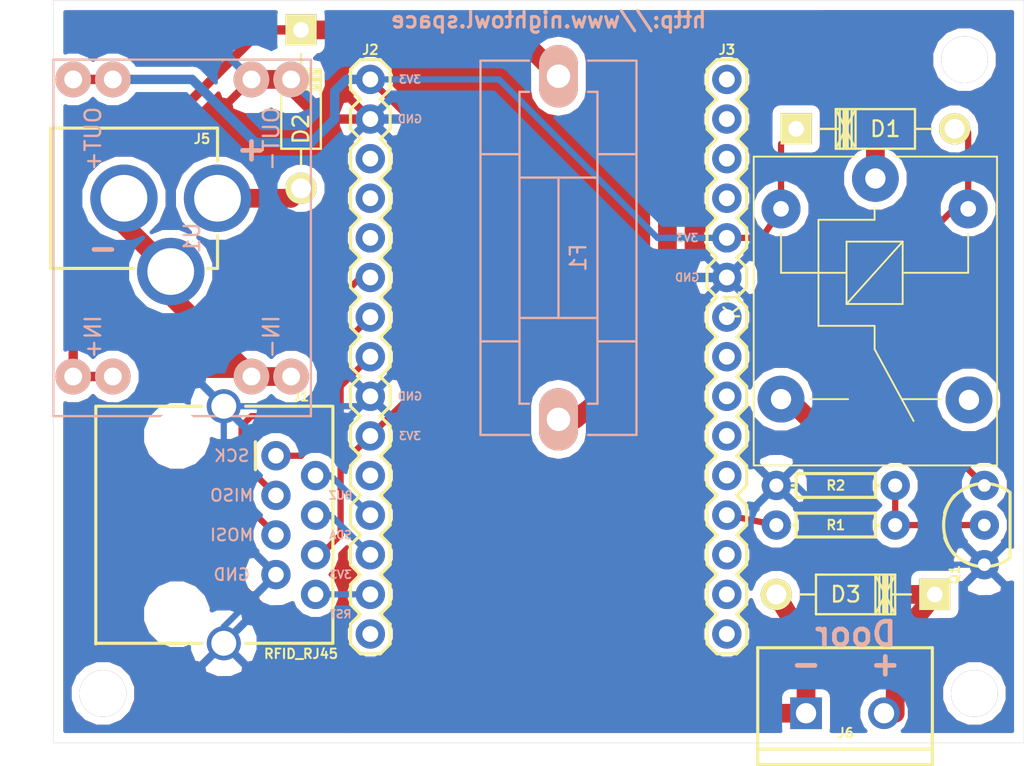
<source format=kicad_pcb>
(kicad_pcb (version 20171130) (host pcbnew 5.0.2-5.fc29)

  (general
    (thickness 1.6)
    (drawings 24)
    (tracks 126)
    (zones 0)
    (modules 17)
    (nets 35)
  )

  (page A4)
  (layers
    (0 F.Cu signal)
    (31 B.Cu signal)
    (32 B.Adhes user)
    (33 F.Adhes user)
    (34 B.Paste user)
    (35 F.Paste user)
    (36 B.SilkS user)
    (37 F.SilkS user)
    (38 B.Mask user)
    (39 F.Mask user)
    (40 Dwgs.User user)
    (41 Cmts.User user)
    (42 Eco1.User user)
    (43 Eco2.User user)
    (44 Edge.Cuts user)
    (45 Margin user)
    (46 B.CrtYd user)
    (47 F.CrtYd user)
    (48 B.Fab user)
    (49 F.Fab user)
  )

  (setup
    (last_trace_width 0.25)
    (user_trace_width 0.25)
    (user_trace_width 0.4)
    (user_trace_width 0.6)
    (user_trace_width 1.2)
    (trace_clearance 0.2)
    (zone_clearance 0.508)
    (zone_45_only yes)
    (trace_min 0.2)
    (segment_width 0.2)
    (edge_width 0.0254)
    (via_size 0.6)
    (via_drill 0.4)
    (via_min_size 0.4)
    (via_min_drill 0.3)
    (uvia_size 0.3)
    (uvia_drill 0.1)
    (uvias_allowed no)
    (uvia_min_size 0)
    (uvia_min_drill 0)
    (pcb_text_width 0.3)
    (pcb_text_size 1.5 1.5)
    (mod_edge_width 0.15)
    (mod_text_size 1 1)
    (mod_text_width 0.15)
    (pad_size 1.8796 1.8796)
    (pad_drill 1.016)
    (pad_to_mask_clearance 0.2)
    (solder_mask_min_width 0.25)
    (aux_axis_origin 0 0)
    (visible_elements FFFFFF7F)
    (pcbplotparams
      (layerselection 0x010fc_80000001)
      (usegerberextensions false)
      (usegerberattributes true)
      (usegerberadvancedattributes false)
      (creategerberjobfile false)
      (excludeedgelayer false)
      (linewidth 0.100000)
      (plotframeref false)
      (viasonmask false)
      (mode 1)
      (useauxorigin true)
      (hpglpennumber 1)
      (hpglpenspeed 20)
      (hpglpendiameter 15.000000)
      (psnegative false)
      (psa4output false)
      (plotreference true)
      (plotvalue false)
      (plotinvisibletext false)
      (padsonsilk false)
      (subtractmaskfromsilk false)
      (outputformat 1)
      (mirror false)
      (drillshape 0)
      (scaleselection 1)
      (outputdirectory "gerbers/"))
  )

  (net 0 "")
  (net 1 "Net-(D1-Pad2)")
  (net 2 "Net-(D2-Pad2)")
  (net 3 "Net-(D2-Pad1)")
  (net 4 "Net-(D3-Pad2)")
  (net 5 "Net-(D3-Pad1)")
  (net 6 "Net-(F1-Pad1)")
  (net 7 "Net-(J3-Pad12)")
  (net 8 "Net-(Q1-Pad2)")
  (net 9 GND)
  (net 10 +3V3)
  (net 11 /MOSI)
  (net 12 /SCK)
  (net 13 /BUZZER)
  (net 14 /MISO)
  (net 15 /SDA)
  (net 16 /RST)
  (net 17 "Net-(K1-Pad4)")
  (net 18 "Net-(J3-Pad1)")
  (net 19 "Net-(J3-Pad2)")
  (net 20 "Net-(J3-Pad3)")
  (net 21 "Net-(J3-Pad4)")
  (net 22 "Net-(J3-Pad7)")
  (net 23 "Net-(J3-Pad8)")
  (net 24 "Net-(J3-Pad9)")
  (net 25 "Net-(J3-Pad10)")
  (net 26 "Net-(J3-Pad11)")
  (net 27 "Net-(J3-Pad13)")
  (net 28 "Net-(J3-Pad14)")
  (net 29 "Net-(J3-Pad15)")
  (net 30 "Net-(J2-Pad3)")
  (net 31 "Net-(J2-Pad4)")
  (net 32 "Net-(J2-Pad5)")
  (net 33 "Net-(J2-Pad11)")
  (net 34 "Net-(J2-Pad15)")

  (net_class Default "This is the default net class."
    (clearance 0.2)
    (trace_width 0.25)
    (via_dia 0.6)
    (via_drill 0.4)
    (uvia_dia 0.3)
    (uvia_drill 0.1)
    (add_net +3V3)
    (add_net /BUZZER)
    (add_net /MISO)
    (add_net /MOSI)
    (add_net /RST)
    (add_net /SCK)
    (add_net /SDA)
    (add_net GND)
    (add_net "Net-(D1-Pad2)")
    (add_net "Net-(D2-Pad1)")
    (add_net "Net-(D2-Pad2)")
    (add_net "Net-(D3-Pad1)")
    (add_net "Net-(D3-Pad2)")
    (add_net "Net-(F1-Pad1)")
    (add_net "Net-(J2-Pad11)")
    (add_net "Net-(J2-Pad15)")
    (add_net "Net-(J2-Pad3)")
    (add_net "Net-(J2-Pad4)")
    (add_net "Net-(J2-Pad5)")
    (add_net "Net-(J3-Pad1)")
    (add_net "Net-(J3-Pad10)")
    (add_net "Net-(J3-Pad11)")
    (add_net "Net-(J3-Pad12)")
    (add_net "Net-(J3-Pad13)")
    (add_net "Net-(J3-Pad14)")
    (add_net "Net-(J3-Pad15)")
    (add_net "Net-(J3-Pad2)")
    (add_net "Net-(J3-Pad3)")
    (add_net "Net-(J3-Pad4)")
    (add_net "Net-(J3-Pad7)")
    (add_net "Net-(J3-Pad8)")
    (add_net "Net-(J3-Pad9)")
    (add_net "Net-(K1-Pad4)")
    (add_net "Net-(Q1-Pad2)")
  )

  (module Fuse_Holders_and_Fuses:Fuseholder5x20_horiz_SemiClosed_Casing10x25mm (layer B.Cu) (tedit 5B86A83E) (tstamp 5B87151F)
    (at 55.245 31.115 90)
    (descr "Fuseholder, 5x20, Semi closed, horizontal, Casing 10x25mm,")
    (tags "Fuseholder, 5x20, Semi closed, horizontal, Casing 10x25mm, Sicherungshalter, halbgeschlossen,")
    (path /5B86530C)
    (fp_text reference F1 (at -0.635 1.27 90) (layer B.SilkS)
      (effects (font (size 1 1) (thickness 0.15)) (justify mirror))
    )
    (fp_text value FUSE (at 1.27 -7.62 90) (layer B.Fab) hide
      (effects (font (size 1 1) (thickness 0.15)) (justify mirror))
    )
    (fp_line (start -5.99948 2.49936) (end -5.99948 5.00126) (layer B.SilkS) (width 0.15))
    (fp_line (start -5.99948 -5.00126) (end -5.99948 -2.49936) (layer B.SilkS) (width 0.15))
    (fp_line (start 5.99948 -5.00126) (end 5.99948 -2.49936) (layer B.SilkS) (width 0.15))
    (fp_line (start 5.99948 5.00126) (end 5.99948 2.49936) (layer B.SilkS) (width 0.15))
    (fp_line (start -4.50088 0) (end 4.50088 0) (layer B.SilkS) (width 0.15))
    (fp_line (start -4.50088 2.49936) (end -4.50088 -2.49936) (layer B.SilkS) (width 0.15))
    (fp_line (start 4.50088 2.49936) (end 4.50088 -2.49936) (layer B.SilkS) (width 0.15))
    (fp_line (start 9.99998 1.89992) (end 9.99998 2.49936) (layer B.SilkS) (width 0.15))
    (fp_line (start -9.99998 -1.89992) (end -9.99998 -2.49936) (layer B.SilkS) (width 0.15))
    (fp_line (start -9.99998 -2.49936) (end 9.99998 -2.49936) (layer B.SilkS) (width 0.15))
    (fp_line (start 9.99998 -2.49936) (end 9.99998 -1.89992) (layer B.SilkS) (width 0.15))
    (fp_line (start 9.99998 2.49936) (end -9.99998 2.49936) (layer B.SilkS) (width 0.15))
    (fp_line (start -9.99998 2.49936) (end -9.99998 1.89992) (layer B.SilkS) (width 0.15))
    (fp_line (start 11.99896 1.89992) (end 11.99896 5.00126) (layer B.SilkS) (width 0.15))
    (fp_line (start -11.99896 -1.89992) (end -11.99896 -5.00126) (layer B.SilkS) (width 0.15))
    (fp_line (start -11.99896 -5.00126) (end 11.99896 -5.00126) (layer B.SilkS) (width 0.15))
    (fp_line (start 11.99896 -5.00126) (end 11.99896 -1.89992) (layer B.SilkS) (width 0.15))
    (fp_line (start 11.99896 5.00126) (end -11.99896 5.00126) (layer B.SilkS) (width 0.15))
    (fp_line (start -11.99896 5.00126) (end -11.99896 1.89992) (layer B.SilkS) (width 0.15))
    (pad 2 thru_hole oval (at 11.00074 0 180) (size 2.49936 4.0005) (drill 1.50114) (layers *.Cu *.Mask B.SilkS)
      (net 3 "Net-(D2-Pad1)"))
    (pad 1 thru_hole oval (at -11.00074 0 180) (size 2.49936 4.0005) (drill 1.50114) (layers *.Cu *.Mask B.SilkS)
      (net 6 "Net-(F1-Pad1)"))
  )

  (module "kicad components:MAGJACK2" (layer F.Cu) (tedit 5B86A850) (tstamp 5B86C743)
    (at 19.685 41.275 270)
    (descr "RJ45 ETHERNET MAGJACK-COMPATIBLE")
    (tags "RJ45 ETHERNET MAGJACK-COMPATIBLE")
    (path /5B86CE45)
    (attr virtual)
    (fp_text reference J1 (at -0.635 -19.05) (layer F.SilkS)
      (effects (font (size 0.6096 0.6096) (thickness 0.127)))
    )
    (fp_text value RFID_RJ45 (at 15.875 -19.05) (layer F.SilkS)
      (effects (font (size 0.6096 0.6096) (thickness 0.127)))
    )
    (fp_line (start 0 -21.0947) (end 15.1384 -21.0947) (layer F.SilkS) (width 0.2032))
    (fp_line (start 0 -5.8928) (end 15.24 -5.8928) (layer F.SilkS) (width 0.2032))
    (fp_line (start 0 -8.09498) (end 0 0.10414) (layer Dwgs.User) (width 0.2032))
    (fp_line (start 0 0.10414) (end 15.24 0.10414) (layer Dwgs.User) (width 0.2032))
    (fp_line (start 15.24 0.10414) (end 15.24 -8.09498) (layer Dwgs.User) (width 0.2032))
    (fp_line (start 0 -20.99818) (end 0 -15.49908) (layer F.SilkS) (width 0.2032))
    (fp_line (start 15.19936 -21.09978) (end 15.19936 -15.49908) (layer F.SilkS) (width 0.2032))
    (fp_line (start 0 -5.99948) (end 0 -12.7) (layer F.SilkS) (width 0.2032))
    (fp_line (start 15.19936 -5.89788) (end 15.19936 -12.7) (layer F.SilkS) (width 0.2032))
    (fp_line (start 4.064 -16.129) (end 2.286 -16.129) (layer F.SilkS) (width 0.2032))
    (fp_line (start 2.286 -16.129) (end 4.064 -16.129) (layer F.SilkS) (width 0.2032))
    (pad 1 thru_hole circle (at 3.175 -17.44472 270) (size 1.8796 1.8796) (drill 0.99822) (layers *.Cu *.Mask)
      (net 12 /SCK) (solder_mask_margin 0.1016))
    (pad 2 thru_hole circle (at 4.445 -19.98472 270) (size 1.8796 1.8796) (drill 0.99822) (layers *.Cu *.Mask)
      (net 13 /BUZZER) (solder_mask_margin 0.1016))
    (pad 3 thru_hole circle (at 5.715 -17.44472 270) (size 1.8796 1.8796) (drill 0.99822) (layers *.Cu *.Mask)
      (net 14 /MISO) (solder_mask_margin 0.1016))
    (pad 4 thru_hole circle (at 6.985 -19.98472 270) (size 1.8796 1.8796) (drill 0.99822) (layers *.Cu *.Mask)
      (net 15 /SDA) (solder_mask_margin 0.1016))
    (pad 5 thru_hole circle (at 8.255 -17.44472 270) (size 1.8796 1.8796) (drill 0.99822) (layers *.Cu *.Mask)
      (net 11 /MOSI) (solder_mask_margin 0.1016))
    (pad 6 thru_hole circle (at 9.525 -19.98472 270) (size 1.8796 1.8796) (drill 0.99822) (layers *.Cu *.Mask)
      (net 10 +3V3) (solder_mask_margin 0.1016))
    (pad 7 thru_hole circle (at 10.795 -17.44472 270) (size 1.8796 1.8796) (drill 0.99822) (layers *.Cu *.Mask)
      (net 9 GND) (solder_mask_margin 0.1016))
    (pad 8 thru_hole circle (at 12.065 -19.98472 270) (size 1.8796 1.8796) (drill 0.99822) (layers *.Cu *.Mask)
      (net 16 /RST) (solder_mask_margin 0.1016))
    (pad SH thru_hole circle (at 0 -14.09954 270) (size 2.18186 2.18186) (drill 1.59766) (layers *.Cu *.Mask)
      (net 9 GND) (solder_mask_margin 0.1016))
    (pad SH thru_hole circle (at 15.19936 -14.09954 270) (size 2.18186 2.18186) (drill 1.59766) (layers *.Cu *.Mask)
      (net 9 GND) (solder_mask_margin 0.1016))
    (pad "" np_thru_hole circle (at 1.905 -11.09472 270) (size 3.19786 3.19786) (drill 3.19786) (layers *.Cu *.Mask)
      (solder_mask_margin 0.1016))
    (pad "" np_thru_hole circle (at 13.335 -11.09472 270) (size 3.19786 3.19786) (drill 3.19786) (layers *.Cu *.Mask)
      (solder_mask_margin 0.1016))
  )

  (module Relay_THT:Relay_SPDT_SANYOU_SRD_Series_Form_C (layer F.Cu) (tedit 5B86B6AC) (tstamp 5B871548)
    (at 75.565 26.67 270)
    (descr "relay Sanyou SRD series Form C http://www.sanyourelay.ca/public/products/pdf/SRD.pdf")
    (tags "relay Sanyu SRD form C")
    (path /5B86F775)
    (fp_text reference K1 (at 8.1 9.2 270) (layer F.SilkS)
      (effects (font (size 1 1) (thickness 0.15)))
    )
    (fp_text value SANYOU_SRD_Form_C (at 8 -9.6 270) (layer F.Fab) hide
      (effects (font (size 1 1) (thickness 0.15)))
    )
    (fp_line (start -1.4 1.2) (end -1.4 7.8) (layer F.SilkS) (width 0.12))
    (fp_line (start -1.4 -7.8) (end -1.4 -1.2) (layer F.SilkS) (width 0.12))
    (fp_line (start -1.4 -7.8) (end 18.4 -7.8) (layer F.SilkS) (width 0.12))
    (fp_line (start 18.4 -7.8) (end 18.4 7.8) (layer F.SilkS) (width 0.12))
    (fp_line (start 18.4 7.8) (end -1.4 7.8) (layer F.SilkS) (width 0.12))
    (fp_text user 1 (at 0 -2.3 270) (layer F.Fab) hide
      (effects (font (size 1 1) (thickness 0.15)))
    )
    (fp_line (start -1.3 -7.7) (end 18.3 -7.7) (layer F.Fab) (width 0.12))
    (fp_line (start 18.3 -7.7) (end 18.3 7.7) (layer F.Fab) (width 0.12))
    (fp_line (start 18.3 7.7) (end -1.3 7.7) (layer F.Fab) (width 0.12))
    (fp_line (start -1.3 7.7) (end -1.3 -7.7) (layer F.Fab) (width 0.12))
    (fp_text user %R (at 7.1 0.025 270) (layer F.Fab)
      (effects (font (size 1 1) (thickness 0.15)))
    )
    (fp_line (start 18.55 -7.95) (end -1.55 -7.95) (layer F.CrtYd) (width 0.05))
    (fp_line (start -1.55 7.95) (end -1.55 -7.95) (layer F.CrtYd) (width 0.05))
    (fp_line (start 18.55 -7.95) (end 18.55 7.95) (layer F.CrtYd) (width 0.05))
    (fp_line (start -1.55 7.95) (end 18.55 7.95) (layer F.CrtYd) (width 0.05))
    (fp_line (start 14.15 4.2) (end 14.15 1.75) (layer F.SilkS) (width 0.12))
    (fp_line (start 14.15 -4.2) (end 14.15 -1.7) (layer F.SilkS) (width 0.12))
    (fp_line (start 3.55 6.05) (end 6.05 6.05) (layer F.SilkS) (width 0.12))
    (fp_line (start 2.65 0.05) (end 1.85 0.05) (layer F.SilkS) (width 0.12))
    (fp_line (start 6.05 -5.95) (end 3.55 -5.95) (layer F.SilkS) (width 0.12))
    (fp_line (start 9.45 0.05) (end 10.95 0.05) (layer F.SilkS) (width 0.12))
    (fp_line (start 10.95 0.05) (end 15.55 -2.45) (layer F.SilkS) (width 0.12))
    (fp_line (start 9.45 3.65) (end 2.65 3.65) (layer F.SilkS) (width 0.12))
    (fp_line (start 9.45 0.05) (end 9.45 3.65) (layer F.SilkS) (width 0.12))
    (fp_line (start 2.65 0.05) (end 2.65 3.65) (layer F.SilkS) (width 0.12))
    (fp_line (start 6.05 -5.95) (end 6.05 -1.75) (layer F.SilkS) (width 0.12))
    (fp_line (start 6.05 1.85) (end 6.05 6.05) (layer F.SilkS) (width 0.12))
    (fp_line (start 8.05 1.85) (end 4.05 -1.75) (layer F.SilkS) (width 0.12))
    (fp_line (start 4.05 1.85) (end 4.05 -1.75) (layer F.SilkS) (width 0.12))
    (fp_line (start 4.05 -1.75) (end 8.05 -1.75) (layer F.SilkS) (width 0.12))
    (fp_line (start 8.05 -1.75) (end 8.05 1.85) (layer F.SilkS) (width 0.12))
    (fp_line (start 8.05 1.85) (end 4.05 1.85) (layer F.SilkS) (width 0.12))
    (pad 2 thru_hole circle (at 1.95 6.05) (size 2.5 2.5) (drill 1) (layers *.Cu *.Mask)
      (net 10 +3V3))
    (pad 3 thru_hole circle (at 14.15 6.05) (size 3 3) (drill 1.3) (layers *.Cu *.Mask)
      (net 5 "Net-(D3-Pad1)"))
    (pad 4 thru_hole circle (at 14.2 -6) (size 3 3) (drill 1.3) (layers *.Cu *.Mask)
      (net 17 "Net-(K1-Pad4)"))
    (pad 5 thru_hole circle (at 1.95 -5.95) (size 2.5 2.5) (drill 1) (layers *.Cu *.Mask)
      (net 1 "Net-(D1-Pad2)"))
    (pad 1 thru_hole circle (at 0 0) (size 3 3) (drill 1.3) (layers *.Cu *.Mask)
      (net 6 "Net-(F1-Pad1)"))
    (model ${KISYS3DMOD}/Relay_THT.3dshapes/Relay_SPDT_SANYOU_SRD_Series_Form_C.wrl
      (at (xyz 0 0 0))
      (scale (xyz 1 1 1))
      (rotate (xyz 0 0 0))
    )
  )

  (module Diodes_ThroughHole:Diode_DO-41_SOD81_Horizontal_RM10 (layer F.Cu) (tedit 5B86A26F) (tstamp 5B86623A)
    (at 38.735 17.145 270)
    (descr "Diode, DO-41, SOD81, Horizontal, RM 10mm,")
    (tags "Diode, DO-41, SOD81, Horizontal, RM 10mm, 1N4007, SB140,")
    (path /5B864FB9)
    (fp_text reference D2 (at 6.35 0 270) (layer F.SilkS)
      (effects (font (size 1 1) (thickness 0.15)))
    )
    (fp_text value D_Schottky (at 4.37134 -3.55854 270) (layer F.Fab) hide
      (effects (font (size 1 1) (thickness 0.15)))
    )
    (fp_line (start 7.62 -0.00254) (end 8.636 -0.00254) (layer F.SilkS) (width 0.15))
    (fp_line (start 2.794 -0.00254) (end 1.524 -0.00254) (layer F.SilkS) (width 0.15))
    (fp_line (start 3.048 -1.27254) (end 3.048 1.26746) (layer F.SilkS) (width 0.15))
    (fp_line (start 3.302 -1.27254) (end 3.302 1.26746) (layer F.SilkS) (width 0.15))
    (fp_line (start 3.556 -1.27254) (end 3.556 1.26746) (layer F.SilkS) (width 0.15))
    (fp_line (start 2.794 -1.27254) (end 2.794 1.26746) (layer F.SilkS) (width 0.15))
    (fp_line (start 3.81 -1.27254) (end 2.54 1.26746) (layer F.SilkS) (width 0.15))
    (fp_line (start 2.54 -1.27254) (end 3.81 1.26746) (layer F.SilkS) (width 0.15))
    (fp_line (start 3.81 -1.27254) (end 3.81 1.26746) (layer F.SilkS) (width 0.15))
    (fp_line (start 3.175 -1.27254) (end 3.175 1.26746) (layer F.SilkS) (width 0.15))
    (fp_line (start 2.54 1.26746) (end 2.54 -1.27254) (layer F.SilkS) (width 0.15))
    (fp_line (start 2.54 -1.27254) (end 7.62 -1.27254) (layer F.SilkS) (width 0.15))
    (fp_line (start 7.62 -1.27254) (end 7.62 1.26746) (layer F.SilkS) (width 0.15))
    (fp_line (start 7.62 1.26746) (end 2.54 1.26746) (layer F.SilkS) (width 0.15))
    (pad 2 thru_hole circle (at 10.16 -0.00254 90) (size 1.99898 1.99898) (drill 1.27) (layers *.Cu *.Mask F.SilkS)
      (net 2 "Net-(D2-Pad2)"))
    (pad 1 thru_hole rect (at 0 -0.00254 90) (size 1.99898 1.99898) (drill 1.00076) (layers *.Cu *.Mask F.SilkS)
      (net 3 "Net-(D2-Pad1)"))
  )

  (module Silicon-Standard:TO-92-AMMO (layer F.Cu) (tedit 5B868597) (tstamp 5B86F63C)
    (at 82.55 48.895 90)
    (descr "TO-92 3-PIN PTH AMMO PACKAGE")
    (tags "TO-92 3-PIN PTH AMMO PACKAGE")
    (path /5B8650C1)
    (attr virtual)
    (fp_text reference Q1 (at -3.175 -1.905 270) (layer F.SilkS)
      (effects (font (size 0.6096 0.6096) (thickness 0.127)))
    )
    (fp_text value TRANS_NPN-P2N2222A (at 1.27 4.445 90) (layer F.SilkS) hide
      (effects (font (size 0.6096 0.6096) (thickness 0.127)))
    )
    (fp_line (start -2.09296 1.651) (end 2.09296 1.651) (layer F.SilkS) (width 0.2032))
    (fp_arc (start 0 0) (end -2.09296 1.651) (angle 111) (layer F.SilkS) (width 0.2032))
    (fp_arc (start 0 0) (end 0.78486 -2.54762) (angle 111) (layer F.SilkS) (width 0.2032))
    (fp_arc (start 0 0.3175) (end 0.635 -2.54) (angle 28) (layer F.SilkS) (width 0.2032))
    (fp_arc (start 0 0.3175) (end -1.905 -1.905) (angle 53.1) (layer F.SilkS) (width 0.2032))
    (pad 1 thru_hole circle (at -2.54 0 90) (size 1.8796 1.8796) (drill 0.8128) (layers *.Cu *.Mask)
      (net 9 GND) (solder_mask_margin 0.1016))
    (pad 2 thru_hole circle (at 0 0 90) (size 1.8796 1.8796) (drill 0.8128) (layers *.Cu *.Mask)
      (net 8 "Net-(Q1-Pad2)") (solder_mask_margin 0.1016))
    (pad 3 thru_hole circle (at 2.54 0 90) (size 1.8796 1.8796) (drill 0.8128) (layers *.Cu *.Mask)
      (net 1 "Net-(D1-Pad2)") (solder_mask_margin 0.1016))
  )

  (module Diodes_ThroughHole:Diode_DO-41_SOD81_Horizontal_RM10 (layer F.Cu) (tedit 5B86B5A1) (tstamp 5B866240)
    (at 79.375 53.34 180)
    (descr "Diode, DO-41, SOD81, Horizontal, RM 10mm,")
    (tags "Diode, DO-41, SOD81, Horizontal, RM 10mm, 1N4007, SB140,")
    (path /5B868C28)
    (fp_text reference D3 (at 5.715 0 180) (layer F.SilkS)
      (effects (font (size 1 1) (thickness 0.15)))
    )
    (fp_text value D (at 4.37134 -3.55854 180) (layer F.Fab) hide
      (effects (font (size 1 1) (thickness 0.15)))
    )
    (fp_line (start 7.62 -0.00254) (end 8.636 -0.00254) (layer F.SilkS) (width 0.15))
    (fp_line (start 2.794 -0.00254) (end 1.524 -0.00254) (layer F.SilkS) (width 0.15))
    (fp_line (start 3.048 -1.27254) (end 3.048 1.26746) (layer F.SilkS) (width 0.15))
    (fp_line (start 3.302 -1.27254) (end 3.302 1.26746) (layer F.SilkS) (width 0.15))
    (fp_line (start 3.556 -1.27254) (end 3.556 1.26746) (layer F.SilkS) (width 0.15))
    (fp_line (start 2.794 -1.27254) (end 2.794 1.26746) (layer F.SilkS) (width 0.15))
    (fp_line (start 3.81 -1.27254) (end 2.54 1.26746) (layer F.SilkS) (width 0.15))
    (fp_line (start 2.54 -1.27254) (end 3.81 1.26746) (layer F.SilkS) (width 0.15))
    (fp_line (start 3.81 -1.27254) (end 3.81 1.26746) (layer F.SilkS) (width 0.15))
    (fp_line (start 3.175 -1.27254) (end 3.175 1.26746) (layer F.SilkS) (width 0.15))
    (fp_line (start 2.54 1.26746) (end 2.54 -1.27254) (layer F.SilkS) (width 0.15))
    (fp_line (start 2.54 -1.27254) (end 7.62 -1.27254) (layer F.SilkS) (width 0.15))
    (fp_line (start 7.62 -1.27254) (end 7.62 1.26746) (layer F.SilkS) (width 0.15))
    (fp_line (start 7.62 1.26746) (end 2.54 1.26746) (layer F.SilkS) (width 0.15))
    (pad 2 thru_hole circle (at 10.16 -0.00254) (size 1.99898 1.99898) (drill 1.27) (layers *.Cu *.Mask F.SilkS)
      (net 4 "Net-(D3-Pad2)"))
    (pad 1 thru_hole rect (at 0 -0.00254) (size 1.99898 1.99898) (drill 1.00076) (layers *.Cu *.Mask F.SilkS)
      (net 5 "Net-(D3-Pad1)"))
  )

  (module Connectors:1X15 (layer F.Cu) (tedit 5B86BAF5) (tstamp 5B86626D)
    (at 43.18 20.32 270)
    (descr "PLATED THROUGH HOLE -15 PIN")
    (tags "PLATED THROUGH HOLE -15 PIN")
    (path /5B864CB6)
    (attr virtual)
    (fp_text reference J2 (at -1.905 0) (layer F.SilkS)
      (effects (font (size 0.6096 0.6096) (thickness 0.127)))
    )
    (fp_text value CONN_15 (at 0 1.905 270) (layer F.SilkS) hide
      (effects (font (size 0.6096 0.6096) (thickness 0.127)))
    )
    (fp_line (start 14.605 -1.27) (end 15.875 -1.27) (layer F.SilkS) (width 0.2032))
    (fp_line (start 15.875 -1.27) (end 16.51 -0.635) (layer F.SilkS) (width 0.2032))
    (fp_line (start 16.51 0.635) (end 15.875 1.27) (layer F.SilkS) (width 0.2032))
    (fp_line (start 11.43 -0.635) (end 12.065 -1.27) (layer F.SilkS) (width 0.2032))
    (fp_line (start 12.065 -1.27) (end 13.335 -1.27) (layer F.SilkS) (width 0.2032))
    (fp_line (start 13.335 -1.27) (end 13.97 -0.635) (layer F.SilkS) (width 0.2032))
    (fp_line (start 13.97 0.635) (end 13.335 1.27) (layer F.SilkS) (width 0.2032))
    (fp_line (start 13.335 1.27) (end 12.065 1.27) (layer F.SilkS) (width 0.2032))
    (fp_line (start 12.065 1.27) (end 11.43 0.635) (layer F.SilkS) (width 0.2032))
    (fp_line (start 14.605 -1.27) (end 13.97 -0.635) (layer F.SilkS) (width 0.2032))
    (fp_line (start 13.97 0.635) (end 14.605 1.27) (layer F.SilkS) (width 0.2032))
    (fp_line (start 15.875 1.27) (end 14.605 1.27) (layer F.SilkS) (width 0.2032))
    (fp_line (start 6.985 -1.27) (end 8.255 -1.27) (layer F.SilkS) (width 0.2032))
    (fp_line (start 8.255 -1.27) (end 8.89 -0.635) (layer F.SilkS) (width 0.2032))
    (fp_line (start 8.89 0.635) (end 8.255 1.27) (layer F.SilkS) (width 0.2032))
    (fp_line (start 8.89 -0.635) (end 9.525 -1.27) (layer F.SilkS) (width 0.2032))
    (fp_line (start 9.525 -1.27) (end 10.795 -1.27) (layer F.SilkS) (width 0.2032))
    (fp_line (start 10.795 -1.27) (end 11.43 -0.635) (layer F.SilkS) (width 0.2032))
    (fp_line (start 11.43 0.635) (end 10.795 1.27) (layer F.SilkS) (width 0.2032))
    (fp_line (start 10.795 1.27) (end 9.525 1.27) (layer F.SilkS) (width 0.2032))
    (fp_line (start 9.525 1.27) (end 8.89 0.635) (layer F.SilkS) (width 0.2032))
    (fp_line (start 3.81 -0.635) (end 4.445 -1.27) (layer F.SilkS) (width 0.2032))
    (fp_line (start 4.445 -1.27) (end 5.715 -1.27) (layer F.SilkS) (width 0.2032))
    (fp_line (start 5.715 -1.27) (end 6.35 -0.635) (layer F.SilkS) (width 0.2032))
    (fp_line (start 6.35 0.635) (end 5.715 1.27) (layer F.SilkS) (width 0.2032))
    (fp_line (start 5.715 1.27) (end 4.445 1.27) (layer F.SilkS) (width 0.2032))
    (fp_line (start 4.445 1.27) (end 3.81 0.635) (layer F.SilkS) (width 0.2032))
    (fp_line (start 6.985 -1.27) (end 6.35 -0.635) (layer F.SilkS) (width 0.2032))
    (fp_line (start 6.35 0.635) (end 6.985 1.27) (layer F.SilkS) (width 0.2032))
    (fp_line (start 8.255 1.27) (end 6.985 1.27) (layer F.SilkS) (width 0.2032))
    (fp_line (start -0.635 -1.27) (end 0.635 -1.27) (layer F.SilkS) (width 0.2032))
    (fp_line (start 0.635 -1.27) (end 1.27 -0.635) (layer F.SilkS) (width 0.2032))
    (fp_line (start 1.27 0.635) (end 0.635 1.27) (layer F.SilkS) (width 0.2032))
    (fp_line (start 1.27 -0.635) (end 1.905 -1.27) (layer F.SilkS) (width 0.2032))
    (fp_line (start 1.905 -1.27) (end 3.175 -1.27) (layer F.SilkS) (width 0.2032))
    (fp_line (start 3.175 -1.27) (end 3.81 -0.635) (layer F.SilkS) (width 0.2032))
    (fp_line (start 3.81 0.635) (end 3.175 1.27) (layer F.SilkS) (width 0.2032))
    (fp_line (start 3.175 1.27) (end 1.905 1.27) (layer F.SilkS) (width 0.2032))
    (fp_line (start 1.905 1.27) (end 1.27 0.635) (layer F.SilkS) (width 0.2032))
    (fp_line (start -1.27 -0.635) (end -1.27 0.635) (layer F.SilkS) (width 0.2032))
    (fp_line (start -0.635 -1.27) (end -1.27 -0.635) (layer F.SilkS) (width 0.2032))
    (fp_line (start -1.27 0.635) (end -0.635 1.27) (layer F.SilkS) (width 0.2032))
    (fp_line (start 0.635 1.27) (end -0.635 1.27) (layer F.SilkS) (width 0.2032))
    (fp_line (start 32.385 -1.27) (end 33.655 -1.27) (layer F.SilkS) (width 0.2032))
    (fp_line (start 33.655 -1.27) (end 34.29 -0.635) (layer F.SilkS) (width 0.2032))
    (fp_line (start 34.29 0.635) (end 33.655 1.27) (layer F.SilkS) (width 0.2032))
    (fp_line (start 29.21 -0.635) (end 29.845 -1.27) (layer F.SilkS) (width 0.2032))
    (fp_line (start 29.845 -1.27) (end 31.115 -1.27) (layer F.SilkS) (width 0.2032))
    (fp_line (start 31.115 -1.27) (end 31.75 -0.635) (layer F.SilkS) (width 0.2032))
    (fp_line (start 31.75 0.635) (end 31.115 1.27) (layer F.SilkS) (width 0.2032))
    (fp_line (start 31.115 1.27) (end 29.845 1.27) (layer F.SilkS) (width 0.2032))
    (fp_line (start 29.845 1.27) (end 29.21 0.635) (layer F.SilkS) (width 0.2032))
    (fp_line (start 32.385 -1.27) (end 31.75 -0.635) (layer F.SilkS) (width 0.2032))
    (fp_line (start 31.75 0.635) (end 32.385 1.27) (layer F.SilkS) (width 0.2032))
    (fp_line (start 33.655 1.27) (end 32.385 1.27) (layer F.SilkS) (width 0.2032))
    (fp_line (start 24.765 -1.27) (end 26.035 -1.27) (layer F.SilkS) (width 0.2032))
    (fp_line (start 26.035 -1.27) (end 26.67 -0.635) (layer F.SilkS) (width 0.2032))
    (fp_line (start 26.67 0.635) (end 26.035 1.27) (layer F.SilkS) (width 0.2032))
    (fp_line (start 26.67 -0.635) (end 27.305 -1.27) (layer F.SilkS) (width 0.2032))
    (fp_line (start 27.305 -1.27) (end 28.575 -1.27) (layer F.SilkS) (width 0.2032))
    (fp_line (start 28.575 -1.27) (end 29.21 -0.635) (layer F.SilkS) (width 0.2032))
    (fp_line (start 29.21 0.635) (end 28.575 1.27) (layer F.SilkS) (width 0.2032))
    (fp_line (start 28.575 1.27) (end 27.305 1.27) (layer F.SilkS) (width 0.2032))
    (fp_line (start 27.305 1.27) (end 26.67 0.635) (layer F.SilkS) (width 0.2032))
    (fp_line (start 21.59 -0.635) (end 22.225 -1.27) (layer F.SilkS) (width 0.2032))
    (fp_line (start 22.225 -1.27) (end 23.495 -1.27) (layer F.SilkS) (width 0.2032))
    (fp_line (start 23.495 -1.27) (end 24.13 -0.635) (layer F.SilkS) (width 0.2032))
    (fp_line (start 24.13 0.635) (end 23.495 1.27) (layer F.SilkS) (width 0.2032))
    (fp_line (start 23.495 1.27) (end 22.225 1.27) (layer F.SilkS) (width 0.2032))
    (fp_line (start 22.225 1.27) (end 21.59 0.635) (layer F.SilkS) (width 0.2032))
    (fp_line (start 24.765 -1.27) (end 24.13 -0.635) (layer F.SilkS) (width 0.2032))
    (fp_line (start 24.13 0.635) (end 24.765 1.27) (layer F.SilkS) (width 0.2032))
    (fp_line (start 26.035 1.27) (end 24.765 1.27) (layer F.SilkS) (width 0.2032))
    (fp_line (start 17.145 -1.27) (end 18.415 -1.27) (layer F.SilkS) (width 0.2032))
    (fp_line (start 18.415 -1.27) (end 19.05 -0.635) (layer F.SilkS) (width 0.2032))
    (fp_line (start 19.05 0.635) (end 18.415 1.27) (layer F.SilkS) (width 0.2032))
    (fp_line (start 19.05 -0.635) (end 19.685 -1.27) (layer F.SilkS) (width 0.2032))
    (fp_line (start 19.685 -1.27) (end 20.955 -1.27) (layer F.SilkS) (width 0.2032))
    (fp_line (start 20.955 -1.27) (end 21.59 -0.635) (layer F.SilkS) (width 0.2032))
    (fp_line (start 21.59 0.635) (end 20.955 1.27) (layer F.SilkS) (width 0.2032))
    (fp_line (start 20.955 1.27) (end 19.685 1.27) (layer F.SilkS) (width 0.2032))
    (fp_line (start 19.685 1.27) (end 19.05 0.635) (layer F.SilkS) (width 0.2032))
    (fp_line (start 17.145 -1.27) (end 16.51 -0.635) (layer F.SilkS) (width 0.2032))
    (fp_line (start 16.51 0.635) (end 17.145 1.27) (layer F.SilkS) (width 0.2032))
    (fp_line (start 18.415 1.27) (end 17.145 1.27) (layer F.SilkS) (width 0.2032))
    (fp_line (start 34.925 -1.27) (end 34.29 -0.635) (layer F.SilkS) (width 0.2032))
    (fp_line (start 34.925 -1.27) (end 36.195 -1.27) (layer F.SilkS) (width 0.2032))
    (fp_line (start 36.195 -1.27) (end 36.83 -0.635) (layer F.SilkS) (width 0.2032))
    (fp_line (start 36.83 -0.635) (end 36.83 0.635) (layer F.SilkS) (width 0.2032))
    (fp_line (start 36.83 0.635) (end 36.195 1.27) (layer F.SilkS) (width 0.2032))
    (fp_line (start 36.195 1.27) (end 34.925 1.27) (layer F.SilkS) (width 0.2032))
    (fp_line (start 34.29 0.635) (end 34.925 1.27) (layer F.SilkS) (width 0.2032))
    (pad 1 thru_hole circle (at 0 0 270) (size 1.8796 1.8796) (drill 1.016) (layers *.Cu *.Mask)
      (net 10 +3V3) (solder_mask_margin 0.1016))
    (pad 2 thru_hole circle (at 2.54 0 270) (size 1.8796 1.8796) (drill 1.016) (layers *.Cu *.Mask)
      (net 9 GND) (solder_mask_margin 0.1016))
    (pad 3 thru_hole circle (at 5.08 0 270) (size 1.8796 1.8796) (drill 1.016) (layers *.Cu *.Mask)
      (net 30 "Net-(J2-Pad3)") (solder_mask_margin 0.1016))
    (pad 4 thru_hole circle (at 7.62 0 270) (size 1.8796 1.8796) (drill 1.016) (layers *.Cu *.Mask)
      (net 31 "Net-(J2-Pad4)") (solder_mask_margin 0.1016))
    (pad 5 thru_hole circle (at 10.16 0 270) (size 1.8796 1.8796) (drill 1.016) (layers *.Cu *.Mask)
      (net 32 "Net-(J2-Pad5)") (solder_mask_margin 0.1016))
    (pad 6 thru_hole circle (at 12.7 0 270) (size 1.8796 1.8796) (drill 1.016) (layers *.Cu *.Mask)
      (net 11 /MOSI) (solder_mask_margin 0.1016))
    (pad 7 thru_hole circle (at 15.24 0 270) (size 1.8796 1.8796) (drill 1.016) (layers *.Cu *.Mask)
      (net 14 /MISO) (solder_mask_margin 0.1016))
    (pad 8 thru_hole circle (at 17.78 0 270) (size 1.8796 1.8796) (drill 1.016) (layers *.Cu *.Mask)
      (net 12 /SCK) (solder_mask_margin 0.1016))
    (pad 9 thru_hole circle (at 20.32 0 270) (size 1.8796 1.8796) (drill 1.016) (layers *.Cu *.Mask)
      (net 9 GND) (solder_mask_margin 0.1016))
    (pad 10 thru_hole circle (at 22.86 0 270) (size 1.8796 1.8796) (drill 1.016) (layers *.Cu *.Mask)
      (net 10 +3V3) (solder_mask_margin 0.1016))
    (pad 11 thru_hole circle (at 25.4 0 270) (size 1.8796 1.8796) (drill 1.016) (layers *.Cu *.Mask)
      (net 33 "Net-(J2-Pad11)") (solder_mask_margin 0.1016))
    (pad 12 thru_hole circle (at 27.94 0 270) (size 1.8796 1.8796) (drill 1.016) (layers *.Cu *.Mask)
      (net 13 /BUZZER) (solder_mask_margin 0.1016))
    (pad 13 thru_hole circle (at 30.48 0 270) (size 1.8796 1.8796) (drill 1.016) (layers *.Cu *.Mask)
      (net 15 /SDA) (solder_mask_margin 0.1016))
    (pad 14 thru_hole circle (at 33.02 0 270) (size 1.8796 1.8796) (drill 1.016) (layers *.Cu *.Mask)
      (net 16 /RST) (solder_mask_margin 0.1016))
    (pad 15 thru_hole circle (at 35.56 0 270) (size 1.8796 1.8796) (drill 1.016) (layers *.Cu *.Mask)
      (net 34 "Net-(J2-Pad15)") (solder_mask_margin 0.1016))
  )

  (module Connectors:1X15 (layer F.Cu) (tedit 5B86BB0D) (tstamp 5B866280)
    (at 66.04 20.32 270)
    (descr "PLATED THROUGH HOLE -15 PIN")
    (tags "PLATED THROUGH HOLE -15 PIN")
    (path /5B864DA6)
    (attr virtual)
    (fp_text reference J3 (at -1.905 0) (layer F.SilkS)
      (effects (font (size 0.6096 0.6096) (thickness 0.127)))
    )
    (fp_text value CONN_15 (at 0 1.905 270) (layer F.SilkS) hide
      (effects (font (size 0.6096 0.6096) (thickness 0.127)))
    )
    (fp_line (start 14.605 -1.27) (end 15.875 -1.27) (layer F.SilkS) (width 0.2032))
    (fp_line (start 15.875 -1.27) (end 16.51 -0.635) (layer F.SilkS) (width 0.2032))
    (fp_line (start 16.51 0.635) (end 15.875 1.27) (layer F.SilkS) (width 0.2032))
    (fp_line (start 11.43 -0.635) (end 12.065 -1.27) (layer F.SilkS) (width 0.2032))
    (fp_line (start 12.065 -1.27) (end 13.335 -1.27) (layer F.SilkS) (width 0.2032))
    (fp_line (start 13.335 -1.27) (end 13.97 -0.635) (layer F.SilkS) (width 0.2032))
    (fp_line (start 13.97 0.635) (end 13.335 1.27) (layer F.SilkS) (width 0.2032))
    (fp_line (start 13.335 1.27) (end 12.065 1.27) (layer F.SilkS) (width 0.2032))
    (fp_line (start 12.065 1.27) (end 11.43 0.635) (layer F.SilkS) (width 0.2032))
    (fp_line (start 14.605 -1.27) (end 13.97 -0.635) (layer F.SilkS) (width 0.2032))
    (fp_line (start 13.97 0.635) (end 14.605 1.27) (layer F.SilkS) (width 0.2032))
    (fp_line (start 15.875 1.27) (end 14.605 1.27) (layer F.SilkS) (width 0.2032))
    (fp_line (start 6.985 -1.27) (end 8.255 -1.27) (layer F.SilkS) (width 0.2032))
    (fp_line (start 8.255 -1.27) (end 8.89 -0.635) (layer F.SilkS) (width 0.2032))
    (fp_line (start 8.89 0.635) (end 8.255 1.27) (layer F.SilkS) (width 0.2032))
    (fp_line (start 8.89 -0.635) (end 9.525 -1.27) (layer F.SilkS) (width 0.2032))
    (fp_line (start 9.525 -1.27) (end 10.795 -1.27) (layer F.SilkS) (width 0.2032))
    (fp_line (start 10.795 -1.27) (end 11.43 -0.635) (layer F.SilkS) (width 0.2032))
    (fp_line (start 11.43 0.635) (end 10.795 1.27) (layer F.SilkS) (width 0.2032))
    (fp_line (start 10.795 1.27) (end 9.525 1.27) (layer F.SilkS) (width 0.2032))
    (fp_line (start 9.525 1.27) (end 8.89 0.635) (layer F.SilkS) (width 0.2032))
    (fp_line (start 3.81 -0.635) (end 4.445 -1.27) (layer F.SilkS) (width 0.2032))
    (fp_line (start 4.445 -1.27) (end 5.715 -1.27) (layer F.SilkS) (width 0.2032))
    (fp_line (start 5.715 -1.27) (end 6.35 -0.635) (layer F.SilkS) (width 0.2032))
    (fp_line (start 6.35 0.635) (end 5.715 1.27) (layer F.SilkS) (width 0.2032))
    (fp_line (start 5.715 1.27) (end 4.445 1.27) (layer F.SilkS) (width 0.2032))
    (fp_line (start 4.445 1.27) (end 3.81 0.635) (layer F.SilkS) (width 0.2032))
    (fp_line (start 6.985 -1.27) (end 6.35 -0.635) (layer F.SilkS) (width 0.2032))
    (fp_line (start 6.35 0.635) (end 6.985 1.27) (layer F.SilkS) (width 0.2032))
    (fp_line (start 8.255 1.27) (end 6.985 1.27) (layer F.SilkS) (width 0.2032))
    (fp_line (start -0.635 -1.27) (end 0.635 -1.27) (layer F.SilkS) (width 0.2032))
    (fp_line (start 0.635 -1.27) (end 1.27 -0.635) (layer F.SilkS) (width 0.2032))
    (fp_line (start 1.27 0.635) (end 0.635 1.27) (layer F.SilkS) (width 0.2032))
    (fp_line (start 1.27 -0.635) (end 1.905 -1.27) (layer F.SilkS) (width 0.2032))
    (fp_line (start 1.905 -1.27) (end 3.175 -1.27) (layer F.SilkS) (width 0.2032))
    (fp_line (start 3.175 -1.27) (end 3.81 -0.635) (layer F.SilkS) (width 0.2032))
    (fp_line (start 3.81 0.635) (end 3.175 1.27) (layer F.SilkS) (width 0.2032))
    (fp_line (start 3.175 1.27) (end 1.905 1.27) (layer F.SilkS) (width 0.2032))
    (fp_line (start 1.905 1.27) (end 1.27 0.635) (layer F.SilkS) (width 0.2032))
    (fp_line (start -1.27 -0.635) (end -1.27 0.635) (layer F.SilkS) (width 0.2032))
    (fp_line (start -0.635 -1.27) (end -1.27 -0.635) (layer F.SilkS) (width 0.2032))
    (fp_line (start -1.27 0.635) (end -0.635 1.27) (layer F.SilkS) (width 0.2032))
    (fp_line (start 0.635 1.27) (end -0.635 1.27) (layer F.SilkS) (width 0.2032))
    (fp_line (start 32.385 -1.27) (end 33.655 -1.27) (layer F.SilkS) (width 0.2032))
    (fp_line (start 33.655 -1.27) (end 34.29 -0.635) (layer F.SilkS) (width 0.2032))
    (fp_line (start 34.29 0.635) (end 33.655 1.27) (layer F.SilkS) (width 0.2032))
    (fp_line (start 29.21 -0.635) (end 29.845 -1.27) (layer F.SilkS) (width 0.2032))
    (fp_line (start 29.845 -1.27) (end 31.115 -1.27) (layer F.SilkS) (width 0.2032))
    (fp_line (start 31.115 -1.27) (end 31.75 -0.635) (layer F.SilkS) (width 0.2032))
    (fp_line (start 31.75 0.635) (end 31.115 1.27) (layer F.SilkS) (width 0.2032))
    (fp_line (start 31.115 1.27) (end 29.845 1.27) (layer F.SilkS) (width 0.2032))
    (fp_line (start 29.845 1.27) (end 29.21 0.635) (layer F.SilkS) (width 0.2032))
    (fp_line (start 32.385 -1.27) (end 31.75 -0.635) (layer F.SilkS) (width 0.2032))
    (fp_line (start 31.75 0.635) (end 32.385 1.27) (layer F.SilkS) (width 0.2032))
    (fp_line (start 33.655 1.27) (end 32.385 1.27) (layer F.SilkS) (width 0.2032))
    (fp_line (start 24.765 -1.27) (end 26.035 -1.27) (layer F.SilkS) (width 0.2032))
    (fp_line (start 26.035 -1.27) (end 26.67 -0.635) (layer F.SilkS) (width 0.2032))
    (fp_line (start 26.67 0.635) (end 26.035 1.27) (layer F.SilkS) (width 0.2032))
    (fp_line (start 26.67 -0.635) (end 27.305 -1.27) (layer F.SilkS) (width 0.2032))
    (fp_line (start 27.305 -1.27) (end 28.575 -1.27) (layer F.SilkS) (width 0.2032))
    (fp_line (start 28.575 -1.27) (end 29.21 -0.635) (layer F.SilkS) (width 0.2032))
    (fp_line (start 29.21 0.635) (end 28.575 1.27) (layer F.SilkS) (width 0.2032))
    (fp_line (start 28.575 1.27) (end 27.305 1.27) (layer F.SilkS) (width 0.2032))
    (fp_line (start 27.305 1.27) (end 26.67 0.635) (layer F.SilkS) (width 0.2032))
    (fp_line (start 21.59 -0.635) (end 22.225 -1.27) (layer F.SilkS) (width 0.2032))
    (fp_line (start 22.225 -1.27) (end 23.495 -1.27) (layer F.SilkS) (width 0.2032))
    (fp_line (start 23.495 -1.27) (end 24.13 -0.635) (layer F.SilkS) (width 0.2032))
    (fp_line (start 24.13 0.635) (end 23.495 1.27) (layer F.SilkS) (width 0.2032))
    (fp_line (start 23.495 1.27) (end 22.225 1.27) (layer F.SilkS) (width 0.2032))
    (fp_line (start 22.225 1.27) (end 21.59 0.635) (layer F.SilkS) (width 0.2032))
    (fp_line (start 24.765 -1.27) (end 24.13 -0.635) (layer F.SilkS) (width 0.2032))
    (fp_line (start 24.13 0.635) (end 24.765 1.27) (layer F.SilkS) (width 0.2032))
    (fp_line (start 26.035 1.27) (end 24.765 1.27) (layer F.SilkS) (width 0.2032))
    (fp_line (start 17.145 -1.27) (end 18.415 -1.27) (layer F.SilkS) (width 0.2032))
    (fp_line (start 18.415 -1.27) (end 19.05 -0.635) (layer F.SilkS) (width 0.2032))
    (fp_line (start 19.05 0.635) (end 18.415 1.27) (layer F.SilkS) (width 0.2032))
    (fp_line (start 19.05 -0.635) (end 19.685 -1.27) (layer F.SilkS) (width 0.2032))
    (fp_line (start 19.685 -1.27) (end 20.955 -1.27) (layer F.SilkS) (width 0.2032))
    (fp_line (start 20.955 -1.27) (end 21.59 -0.635) (layer F.SilkS) (width 0.2032))
    (fp_line (start 21.59 0.635) (end 20.955 1.27) (layer F.SilkS) (width 0.2032))
    (fp_line (start 20.955 1.27) (end 19.685 1.27) (layer F.SilkS) (width 0.2032))
    (fp_line (start 19.685 1.27) (end 19.05 0.635) (layer F.SilkS) (width 0.2032))
    (fp_line (start 17.145 -1.27) (end 16.51 -0.635) (layer F.SilkS) (width 0.2032))
    (fp_line (start 16.51 0.635) (end 17.145 1.27) (layer F.SilkS) (width 0.2032))
    (fp_line (start 18.415 1.27) (end 17.145 1.27) (layer F.SilkS) (width 0.2032))
    (fp_line (start 34.925 -1.27) (end 34.29 -0.635) (layer F.SilkS) (width 0.2032))
    (fp_line (start 34.925 -1.27) (end 36.195 -1.27) (layer F.SilkS) (width 0.2032))
    (fp_line (start 36.195 -1.27) (end 36.83 -0.635) (layer F.SilkS) (width 0.2032))
    (fp_line (start 36.83 -0.635) (end 36.83 0.635) (layer F.SilkS) (width 0.2032))
    (fp_line (start 36.83 0.635) (end 36.195 1.27) (layer F.SilkS) (width 0.2032))
    (fp_line (start 36.195 1.27) (end 34.925 1.27) (layer F.SilkS) (width 0.2032))
    (fp_line (start 34.29 0.635) (end 34.925 1.27) (layer F.SilkS) (width 0.2032))
    (pad 1 thru_hole circle (at 0 0 270) (size 1.8796 1.8796) (drill 1.016) (layers *.Cu *.Mask)
      (net 18 "Net-(J3-Pad1)") (solder_mask_margin 0.1016))
    (pad 2 thru_hole circle (at 2.54 0 270) (size 1.8796 1.8796) (drill 1.016) (layers *.Cu *.Mask)
      (net 19 "Net-(J3-Pad2)") (solder_mask_margin 0.1016))
    (pad 3 thru_hole circle (at 5.08 0 270) (size 1.8796 1.8796) (drill 1.016) (layers *.Cu *.Mask)
      (net 20 "Net-(J3-Pad3)") (solder_mask_margin 0.1016))
    (pad 4 thru_hole circle (at 7.62 0 270) (size 1.8796 1.8796) (drill 1.016) (layers *.Cu *.Mask)
      (net 21 "Net-(J3-Pad4)") (solder_mask_margin 0.1016))
    (pad 5 thru_hole circle (at 10.16 0 270) (size 1.8796 1.8796) (drill 1.016) (layers *.Cu *.Mask)
      (net 10 +3V3) (solder_mask_margin 0.1016))
    (pad 6 thru_hole circle (at 12.7 0 270) (size 1.8796 1.8796) (drill 1.016) (layers *.Cu *.Mask)
      (net 9 GND) (solder_mask_margin 0.1016))
    (pad 7 thru_hole circle (at 15.24 0 270) (size 1.8796 1.8796) (drill 1.016) (layers *.Cu *.Mask)
      (net 22 "Net-(J3-Pad7)") (solder_mask_margin 0.1016))
    (pad 8 thru_hole circle (at 17.78 0 270) (size 1.8796 1.8796) (drill 1.016) (layers *.Cu *.Mask)
      (net 23 "Net-(J3-Pad8)") (solder_mask_margin 0.1016))
    (pad 9 thru_hole circle (at 20.32 0 270) (size 1.8796 1.8796) (drill 1.016) (layers *.Cu *.Mask)
      (net 24 "Net-(J3-Pad9)") (solder_mask_margin 0.1016))
    (pad 10 thru_hole circle (at 22.86 0 270) (size 1.8796 1.8796) (drill 1.016) (layers *.Cu *.Mask)
      (net 25 "Net-(J3-Pad10)") (solder_mask_margin 0.1016))
    (pad 11 thru_hole circle (at 25.4 0 270) (size 1.8796 1.8796) (drill 1.016) (layers *.Cu *.Mask)
      (net 26 "Net-(J3-Pad11)") (solder_mask_margin 0.1016))
    (pad 12 thru_hole circle (at 27.94 0 270) (size 1.8796 1.8796) (drill 1.016) (layers *.Cu *.Mask)
      (net 7 "Net-(J3-Pad12)") (solder_mask_margin 0.1016))
    (pad 13 thru_hole circle (at 30.48 0 270) (size 1.8796 1.8796) (drill 1.016) (layers *.Cu *.Mask)
      (net 27 "Net-(J3-Pad13)") (solder_mask_margin 0.1016))
    (pad 14 thru_hole circle (at 33.02 0 270) (size 1.8796 1.8796) (drill 1.016) (layers *.Cu *.Mask)
      (net 28 "Net-(J3-Pad14)") (solder_mask_margin 0.1016))
    (pad 15 thru_hole circle (at 35.56 0 270) (size 1.8796 1.8796) (drill 1.016) (layers *.Cu *.Mask)
      (net 29 "Net-(J3-Pad15)") (solder_mask_margin 0.1016))
  )

  (module Connectors:POWER_JACK_PTH (layer F.Cu) (tedit 5B86A7C3) (tstamp 5B86628D)
    (at 19.685 27.94 270)
    (descr "DC BARREL POWER JACK/CONNECTOR PTH")
    (tags "DC BARREL POWER JACK/CONNECTOR PTH")
    (path /5B864950)
    (attr virtual)
    (fp_text reference J5 (at -3.81 -12.7) (layer F.SilkS)
      (effects (font (size 0.6096 0.6096) (thickness 0.127)))
    )
    (fp_text value POWER_JACK (at 5.207 -5.08) (layer F.SilkS) hide
      (effects (font (size 0.6096 0.6096) (thickness 0.127)))
    )
    (fp_line (start 4.49834 -13.69822) (end 2.39776 -13.69822) (layer F.SilkS) (width 0.2032))
    (fp_line (start -4.49834 -2.99974) (end -4.49834 -0.09906) (layer Dwgs.User) (width 0.2032))
    (fp_line (start 4.49834 -0.09906) (end 4.49834 -2.99974) (layer Dwgs.User) (width 0.2032))
    (fp_line (start 4.49834 -0.09906) (end -4.49834 -0.09906) (layer Dwgs.User) (width 0.2032))
    (fp_line (start 4.49834 -2.99974) (end 4.49834 -8.29818) (layer F.SilkS) (width 0.2032))
    (fp_line (start 4.49834 -13.69822) (end 4.49834 -12.99972) (layer F.SilkS) (width 0.2032))
    (fp_line (start -4.49834 -2.99974) (end -4.49834 -13.69822) (layer F.SilkS) (width 0.2032))
    (fp_line (start -4.49834 -13.69822) (end -2.39776 -13.69822) (layer F.SilkS) (width 0.2032))
    (fp_line (start -4.49834 -2.99974) (end 4.49834 -2.99974) (layer F.SilkS) (width 0.2032))
    (pad GND thru_hole circle (at 0 -7.69874 270) (size 4.318 4.318) (drill 2.9972) (layers *.Cu *.Mask)
      (net 4 "Net-(D3-Pad2)") (solder_mask_margin 0.1016))
    (pad GNDB thru_hole circle (at 4.699 -10.69848 270) (size 4.318 4.318) (drill 2.9972) (layers *.Cu *.Mask)
      (net 4 "Net-(D3-Pad2)") (solder_mask_margin 0.1016))
    (pad PWR thru_hole circle (at 0 -13.69822 270) (size 4.318 4.318) (drill 2.9972) (layers *.Cu *.Mask)
      (net 2 "Net-(D2-Pad2)") (solder_mask_margin 0.1016))
  )

  (module Resistors:AXIAL-0.3 (layer F.Cu) (tedit 5B869C1C) (tstamp 5B8662A3)
    (at 73.025 48.895)
    (descr AXIAL-0.3)
    (tags AXIAL-0.3)
    (path /5B865242)
    (attr virtual)
    (fp_text reference R1 (at 0 0) (layer F.SilkS)
      (effects (font (size 0.6096 0.6096) (thickness 0.127)))
    )
    (fp_text value 1KOHM-HORIZ-1_4W-5% (at 0 -2.54) (layer F.SilkS) hide
      (effects (font (size 0.6096 0.6096) (thickness 0.127)))
    )
    (fp_line (start -2.54 -0.762) (end 2.54 -0.762) (layer F.SilkS) (width 0.2032))
    (fp_line (start 2.54 -0.762) (end 2.54 0) (layer F.SilkS) (width 0.2032))
    (fp_line (start 2.54 0) (end 2.54 0.762) (layer F.SilkS) (width 0.2032))
    (fp_line (start 2.54 0.762) (end -2.54 0.762) (layer F.SilkS) (width 0.2032))
    (fp_line (start -2.54 0.762) (end -2.54 0) (layer F.SilkS) (width 0.2032))
    (fp_line (start -2.54 0) (end -2.54 -0.762) (layer F.SilkS) (width 0.2032))
    (fp_line (start 2.54 0) (end 2.794 0) (layer F.SilkS) (width 0.2032))
    (fp_line (start -2.54 0) (end -2.794 0) (layer F.SilkS) (width 0.2032))
    (pad P$1 thru_hole circle (at -3.81 0) (size 1.8796 1.8796) (drill 0.89916) (layers *.Cu *.Mask)
      (net 7 "Net-(J3-Pad12)") (solder_mask_margin 0.1016))
    (pad P$2 thru_hole circle (at 3.81 0) (size 1.8796 1.8796) (drill 0.89916) (layers *.Cu *.Mask)
      (net 8 "Net-(Q1-Pad2)") (solder_mask_margin 0.1016))
  )

  (module Resistors:AXIAL-0.3 (layer F.Cu) (tedit 5B869C3C) (tstamp 5B8662A9)
    (at 73.025 46.355 180)
    (descr AXIAL-0.3)
    (tags AXIAL-0.3)
    (path /5B8651FE)
    (attr virtual)
    (fp_text reference R2 (at 0 0 180) (layer F.SilkS)
      (effects (font (size 0.6096 0.6096) (thickness 0.127)))
    )
    (fp_text value 10KOHM-HORIZ-1_4W-5% (at 0 1.397 180) (layer F.SilkS) hide
      (effects (font (size 0.6096 0.6096) (thickness 0.127)))
    )
    (fp_line (start -2.54 -0.762) (end 2.54 -0.762) (layer F.SilkS) (width 0.2032))
    (fp_line (start 2.54 -0.762) (end 2.54 0) (layer F.SilkS) (width 0.2032))
    (fp_line (start 2.54 0) (end 2.54 0.762) (layer F.SilkS) (width 0.2032))
    (fp_line (start 2.54 0.762) (end -2.54 0.762) (layer F.SilkS) (width 0.2032))
    (fp_line (start -2.54 0.762) (end -2.54 0) (layer F.SilkS) (width 0.2032))
    (fp_line (start -2.54 0) (end -2.54 -0.762) (layer F.SilkS) (width 0.2032))
    (fp_line (start 2.54 0) (end 2.794 0) (layer F.SilkS) (width 0.2032))
    (fp_line (start -2.54 0) (end -2.794 0) (layer F.SilkS) (width 0.2032))
    (pad P$1 thru_hole circle (at -3.81 0 180) (size 1.8796 1.8796) (drill 0.89916) (layers *.Cu *.Mask)
      (net 8 "Net-(Q1-Pad2)") (solder_mask_margin 0.1016))
    (pad P$2 thru_hole circle (at 3.81 0 180) (size 1.8796 1.8796) (drill 0.89916) (layers *.Cu *.Mask)
      (net 9 GND) (solder_mask_margin 0.1016))
  )

  (module Connectors:SCREWTERMINAL-5MM-2 (layer F.Cu) (tedit 5B869C4D) (tstamp 5B8666AD)
    (at 71.12 60.96)
    (descr "SCREW TERMINAL  5MM PITCH -2 PIN PTH")
    (tags "SCREW TERMINAL  5MM PITCH -2 PIN PTH")
    (path /5B86A9C3)
    (attr virtual)
    (fp_text reference J6 (at 2.54 1.27) (layer F.SilkS)
      (effects (font (size 0.6096 0.6096) (thickness 0.127)))
    )
    (fp_text value CONN_02 (at 0 3.937) (layer F.SilkS) hide
      (effects (font (size 0.6096 0.6096) (thickness 0.127)))
    )
    (fp_line (start -3.0988 -4.19862) (end 8.09752 -4.19862) (layer F.SilkS) (width 0.2032))
    (fp_line (start 8.09752 -4.19862) (end 8.09752 2.2987) (layer F.SilkS) (width 0.2032))
    (fp_line (start 8.09752 2.2987) (end 8.09752 3.29946) (layer F.SilkS) (width 0.2032))
    (fp_line (start 8.09752 3.29946) (end -3.0988 3.29946) (layer F.SilkS) (width 0.2032))
    (fp_line (start -3.0988 3.29946) (end -3.0988 2.2987) (layer F.SilkS) (width 0.2032))
    (fp_line (start -3.0988 2.2987) (end -3.0988 -4.19862) (layer F.SilkS) (width 0.2032))
    (fp_line (start 8.09752 2.2987) (end -3.0988 2.2987) (layer F.SilkS) (width 0.2032))
    (fp_line (start -3.0988 1.34874) (end -3.69824 1.34874) (layer Dwgs.User) (width 0.2032))
    (fp_line (start -3.69824 1.34874) (end -3.69824 2.3495) (layer Dwgs.User) (width 0.2032))
    (fp_line (start -3.69824 2.3495) (end -3.0988 2.3495) (layer Dwgs.User) (width 0.2032))
    (fp_line (start 8.09752 -3.99796) (end 8.6995 -3.99796) (layer Dwgs.User) (width 0.2032))
    (fp_line (start 8.6995 -3.99796) (end 8.6995 -2.99974) (layer Dwgs.User) (width 0.2032))
    (fp_line (start 8.6995 -2.99974) (end 8.09752 -2.99974) (layer Dwgs.User) (width 0.2032))
    (fp_circle (center 2.49936 -3.69824) (end 2.49936 -3.98018) (layer Dwgs.User) (width 0.127))
    (pad 1 thru_hole rect (at 0 0) (size 2.032 2.032) (drill 1.29794) (layers *.Cu *.Mask)
      (net 4 "Net-(D3-Pad2)") (solder_mask_margin 0.1016))
    (pad 2 thru_hole circle (at 4.99872 0) (size 2.032 2.032) (drill 1.29794) (layers *.Cu *.Mask)
      (net 5 "Net-(D3-Pad1)") (solder_mask_margin 0.1016))
  )

  (module Diodes_ThroughHole:Diode_DO-41_SOD81_Horizontal_RM10 (layer F.Cu) (tedit 5B86B6A4) (tstamp 5B871789)
    (at 70.485 23.495)
    (descr "Diode, DO-41, SOD81, Horizontal, RM 10mm,")
    (tags "Diode, DO-41, SOD81, Horizontal, RM 10mm, 1N4007, SB140,")
    (path /5B86504C)
    (fp_text reference D1 (at 5.715 0) (layer F.SilkS)
      (effects (font (size 1 1) (thickness 0.15)))
    )
    (fp_text value D (at 4.37134 -3.55854) (layer F.Fab) hide
      (effects (font (size 1 1) (thickness 0.15)))
    )
    (fp_line (start 7.62 -0.00254) (end 8.636 -0.00254) (layer F.SilkS) (width 0.15))
    (fp_line (start 2.794 -0.00254) (end 1.524 -0.00254) (layer F.SilkS) (width 0.15))
    (fp_line (start 3.048 -1.27254) (end 3.048 1.26746) (layer F.SilkS) (width 0.15))
    (fp_line (start 3.302 -1.27254) (end 3.302 1.26746) (layer F.SilkS) (width 0.15))
    (fp_line (start 3.556 -1.27254) (end 3.556 1.26746) (layer F.SilkS) (width 0.15))
    (fp_line (start 2.794 -1.27254) (end 2.794 1.26746) (layer F.SilkS) (width 0.15))
    (fp_line (start 3.81 -1.27254) (end 2.54 1.26746) (layer F.SilkS) (width 0.15))
    (fp_line (start 2.54 -1.27254) (end 3.81 1.26746) (layer F.SilkS) (width 0.15))
    (fp_line (start 3.81 -1.27254) (end 3.81 1.26746) (layer F.SilkS) (width 0.15))
    (fp_line (start 3.175 -1.27254) (end 3.175 1.26746) (layer F.SilkS) (width 0.15))
    (fp_line (start 2.54 1.26746) (end 2.54 -1.27254) (layer F.SilkS) (width 0.15))
    (fp_line (start 2.54 -1.27254) (end 7.62 -1.27254) (layer F.SilkS) (width 0.15))
    (fp_line (start 7.62 -1.27254) (end 7.62 1.26746) (layer F.SilkS) (width 0.15))
    (fp_line (start 7.62 1.26746) (end 2.54 1.26746) (layer F.SilkS) (width 0.15))
    (pad 2 thru_hole circle (at 10.16 -0.00254 180) (size 1.99898 1.99898) (drill 1.27) (layers *.Cu *.Mask F.SilkS)
      (net 1 "Net-(D1-Pad2)"))
    (pad 1 thru_hole rect (at 0 -0.00254 180) (size 1.99898 1.99898) (drill 1.00076) (layers *.Cu *.Mask F.SilkS)
      (net 10 +3V3))
  )

  (module Mounting_Holes:MountingHole_3mm (layer F.Cu) (tedit 5B86C9E0) (tstamp 5B873143)
    (at 81.28 19.05)
    (descr "Mounting hole, Befestigungsbohrung, 3mm, No Annular, Kein Restring,")
    (tags "Mounting hole, Befestigungsbohrung, 3mm, No Annular, Kein Restring,")
    (path /5B872565)
    (fp_text reference MH1 (at 0 -4.0005) (layer F.SilkS) hide
      (effects (font (size 1 1) (thickness 0.15)))
    )
    (fp_text value MountingHole (at 1.00076 5.00126) (layer F.Fab) hide
      (effects (font (size 1 1) (thickness 0.15)))
    )
    (fp_circle (center 0 0) (end 3 0) (layer Cmts.User) (width 0.381))
    (pad 1 thru_hole circle (at 0 0) (size 3 3) (drill 3) (layers))
  )

  (module Mounting_Holes:MountingHole_3mm (layer F.Cu) (tedit 5B86C9E6) (tstamp 5B873147)
    (at 81.915 59.69)
    (descr "Mounting hole, Befestigungsbohrung, 3mm, No Annular, Kein Restring,")
    (tags "Mounting hole, Befestigungsbohrung, 3mm, No Annular, Kein Restring,")
    (path /5B8725B0)
    (fp_text reference MH2 (at 0 -4.0005) (layer F.SilkS) hide
      (effects (font (size 1 1) (thickness 0.15)))
    )
    (fp_text value MountingHole (at 1.00076 5.00126) (layer F.Fab) hide
      (effects (font (size 1 1) (thickness 0.15)))
    )
    (fp_circle (center 0 0) (end 3 0) (layer Cmts.User) (width 0.381))
    (pad 1 thru_hole circle (at 0 0) (size 3 3) (drill 3) (layers))
  )

  (module Mounting_Holes:MountingHole_3mm (layer F.Cu) (tedit 5B86C9F0) (tstamp 5B87314B)
    (at 26.035 59.69)
    (descr "Mounting hole, Befestigungsbohrung, 3mm, No Annular, Kein Restring,")
    (tags "Mounting hole, Befestigungsbohrung, 3mm, No Annular, Kein Restring,")
    (path /5B8724CB)
    (fp_text reference MH3 (at 0 -4.0005) (layer F.SilkS) hide
      (effects (font (size 1 1) (thickness 0.15)))
    )
    (fp_text value MountingHole (at 1.00076 5.00126) (layer F.Fab) hide
      (effects (font (size 1 1) (thickness 0.15)))
    )
    (fp_circle (center 0 0) (end 3 0) (layer Cmts.User) (width 0.381))
    (pad 1 thru_hole circle (at 0 0) (size 3 3) (drill 3) (layers))
  )

  (module "kicad components:VREG_3V3" (layer B.Cu) (tedit 5B9875F3) (tstamp 5B987C9A)
    (at 39.37 19.05 270)
    (path /5B86C5BC)
    (fp_text reference U1 (at 11.43 7.62 270) (layer B.SilkS)
      (effects (font (size 1 1) (thickness 0.15)) (justify mirror))
    )
    (fp_text value VREG_3V3 (at 11.43 9.39 270) (layer B.Fab)
      (effects (font (size 1 1) (thickness 0.15)) (justify mirror))
    )
    (fp_text user OUT+ (at 5.08 13.97 270) (layer B.SilkS)
      (effects (font (size 1 1) (thickness 0.15)) (justify mirror))
    )
    (fp_text user OUT- (at 5.08 2.54 270) (layer B.SilkS)
      (effects (font (size 1 1) (thickness 0.15)) (justify mirror))
    )
    (fp_text user IN+ (at 17.78 13.97 270) (layer B.SilkS)
      (effects (font (size 1 1) (thickness 0.15)) (justify mirror))
    )
    (fp_text user IN- (at 17.78 2.54 270) (layer B.SilkS)
      (effects (font (size 1 1) (thickness 0.15)) (justify mirror))
    )
    (fp_line (start 22.86 16.51) (end 22.86 0) (layer B.SilkS) (width 0.15))
    (fp_line (start 22.86 0) (end 0 0) (layer B.SilkS) (width 0.15))
    (fp_line (start 0 0) (end 0 16.51) (layer B.SilkS) (width 0.15))
    (fp_line (start 0 16.51) (end 22.86 16.51) (layer B.SilkS) (width 0.15))
    (pad 1 thru_hole circle (at 1.27 1.27 270) (size 2.286 2.286) (drill 1.143) (layers *.Cu *.Mask B.SilkS)
      (net 9 GND))
    (pad 2 thru_hole circle (at 1.27 3.81 270) (size 2.286 2.286) (drill 1.143) (layers *.Cu *.Mask B.SilkS)
      (net 9 GND))
    (pad 3 thru_hole circle (at 1.27 12.7 270) (size 2.286 2.286) (drill 1.143) (layers *.Cu *.Mask B.SilkS)
      (net 10 +3V3))
    (pad 4 thru_hole circle (at 1.27 15.24 270) (size 2.286 2.286) (drill 1.143) (layers *.Cu *.Mask B.SilkS)
      (net 10 +3V3))
    (pad 5 thru_hole circle (at 20.32 15.24 270) (size 2.286 2.286) (drill 1.143) (layers *.Cu *.Mask B.SilkS)
      (net 3 "Net-(D2-Pad1)"))
    (pad 6 thru_hole circle (at 20.32 12.7 270) (size 2.286 2.286) (drill 1.143) (layers *.Cu *.Mask B.SilkS)
      (net 3 "Net-(D2-Pad1)"))
    (pad 7 thru_hole circle (at 20.32 3.81 270) (size 2.286 2.286) (drill 1.143) (layers *.Cu *.Mask B.SilkS)
      (net 4 "Net-(D3-Pad2)"))
    (pad 8 thru_hole circle (at 20.32 1.27 270) (size 2.286 2.286) (drill 1.143) (layers *.Cu *.Mask B.SilkS)
      (net 4 "Net-(D3-Pad2)"))
  )

  (gr_text http://www.nightowl.space (at 54.61 16.51) (layer B.SilkS)
    (effects (font (size 1 1) (thickness 0.2)) (justify mirror))
  )
  (gr_text 3V3 (at 63.5 30.48) (layer B.SilkS)
    (effects (font (size 0.508 0.508) (thickness 0.1016)) (justify mirror))
  )
  (gr_text 3V3 (at 45.72 43.18) (layer B.SilkS)
    (effects (font (size 0.508 0.508) (thickness 0.1016)) (justify mirror))
  )
  (gr_text GND (at 63.5 33.02) (layer B.SilkS)
    (effects (font (size 0.508 0.508) (thickness 0.1016)) (justify mirror))
  )
  (gr_text GND (at 45.72 40.64) (layer B.SilkS)
    (effects (font (size 0.508 0.508) (thickness 0.1016)) (justify mirror))
  )
  (gr_text GND (at 45.72 22.86) (layer B.SilkS)
    (effects (font (size 0.508 0.508) (thickness 0.1016)) (justify mirror))
  )
  (gr_text 3V3 (at 45.72 20.32) (layer B.SilkS)
    (effects (font (size 0.508 0.508) (thickness 0.1016)) (justify mirror))
  )
  (gr_text SDA (at 41.275 49.53) (layer B.SilkS)
    (effects (font (size 0.508 0.508) (thickness 0.1016)) (justify mirror))
  )
  (gr_text 3V3 (at 41.275 52.07) (layer B.SilkS)
    (effects (font (size 0.508 0.508) (thickness 0.1016)) (justify mirror))
  )
  (gr_text RST (at 41.275 54.61) (layer B.SilkS)
    (effects (font (size 0.508 0.508) (thickness 0.1016)) (justify mirror))
  )
  (gr_text BUZ (at 41.275 46.99) (layer B.SilkS)
    (effects (font (size 0.508 0.508) (thickness 0.1016)) (justify mirror))
  )
  (gr_text GND (at 34.29 52.07) (layer B.SilkS)
    (effects (font (size 0.762 0.762) (thickness 0.127)) (justify mirror))
  )
  (gr_text MOSI (at 34.29 49.53) (layer B.SilkS)
    (effects (font (size 0.762 0.762) (thickness 0.127)) (justify mirror))
  )
  (gr_text MISO (at 34.29 46.99) (layer B.SilkS)
    (effects (font (size 0.762 0.762) (thickness 0.127)) (justify mirror))
  )
  (gr_text SCK (at 34.29 44.45) (layer B.SilkS)
    (effects (font (size 0.762 0.762) (thickness 0.127)) (justify mirror))
  )
  (gr_text - (at 26.035 31.115) (layer B.SilkS)
    (effects (font (size 1.5 1.5) (thickness 0.3)) (justify mirror))
  )
  (gr_text + (at 35.56 24.765) (layer B.SilkS)
    (effects (font (size 1.5 1.5) (thickness 0.3)) (justify mirror))
  )
  (gr_text Door (at 74.295 55.88) (layer B.SilkS)
    (effects (font (size 1.5 1.5) (thickness 0.3)) (justify mirror))
  )
  (gr_text + (at 76.2 57.785) (layer B.SilkS)
    (effects (font (size 1.5 1.5) (thickness 0.3)) (justify mirror))
  )
  (gr_text - (at 71.12 57.785) (layer B.SilkS)
    (effects (font (size 1.5 1.5) (thickness 0.3)) (justify mirror))
  )
  (gr_line (start 22.86 62.865) (end 22.86 15.24) (angle 90) (layer Edge.Cuts) (width 0.0254))
  (gr_line (start 85.09 62.865) (end 85.09 15.24) (angle 90) (layer Edge.Cuts) (width 0.0254))
  (gr_line (start 22.86 15.24) (end 85.09 15.24) (angle 90) (layer Edge.Cuts) (width 0.0254))
  (gr_line (start 85.09 62.865) (end 22.86 62.865) (angle 90) (layer Edge.Cuts) (width 0.0254))

  (segment (start 81.515 28.62) (end 80.6 28.62) (width 0.4) (layer F.Cu) (net 1))
  (segment (start 80.6 28.62) (end 78.74 30.48) (width 0.4) (layer F.Cu) (net 1) (tstamp 5B87321B))
  (segment (start 78.74 30.48) (end 78.74 42.545) (width 0.4) (layer F.Cu) (net 1) (tstamp 5B87321C))
  (segment (start 78.74 42.545) (end 82.55 46.355) (width 0.4) (layer F.Cu) (net 1) (tstamp 5B87321E))
  (segment (start 81.515 28.62) (end 81.235 28.62) (width 0.25) (layer F.Cu) (net 1) (status 30))
  (segment (start 81.515 28.62) (end 81.515 23.72746) (width 0.4) (layer F.Cu) (net 1) (status 10))
  (segment (start 81.515 23.72746) (end 80.645 23.49246) (width 0.25) (layer F.Cu) (net 1) (tstamp 5B8717BA) (status 30))
  (segment (start 33.38322 27.94) (end 38.10254 27.94) (width 1.2) (layer F.Cu) (net 2))
  (segment (start 38.10254 27.94) (end 38.1 27.94254) (width 1.2) (layer F.Cu) (net 2) (tstamp 5B872444))
  (segment (start 38.1 27.94254) (end 38.73754 27.305) (width 1.2) (layer F.Cu) (net 2) (tstamp 5B872445))
  (segment (start 26.67 39.37) (end 24.13 39.37) (width 0.6) (layer F.Cu) (net 3))
  (segment (start 24.13 39.37) (end 24.13 25.4) (width 0.6) (layer F.Cu) (net 3))
  (segment (start 36.195 17.145) (end 29.845 23.495) (width 0.6) (layer F.Cu) (net 3) (tstamp 5B872439))
  (segment (start 29.845 23.495) (end 26.035 23.495) (width 0.6) (layer F.Cu) (net 3) (tstamp 5B87243B))
  (segment (start 26.035 23.495) (end 24.13 25.4) (width 0.6) (layer F.Cu) (net 3) (tstamp 5B87243D))
  (segment (start 36.195 17.145) (end 38.73754 17.145) (width 0.6) (layer F.Cu) (net 3))
  (segment (start 38.73754 17.145) (end 52.27574 17.145) (width 1.2) (layer F.Cu) (net 3))
  (segment (start 52.27574 17.145) (end 55.245 20.11426) (width 1.2) (layer F.Cu) (net 3) (tstamp 5B8741B5))
  (segment (start 30.38348 32.639) (end 30.38348 34.19348) (width 1.2) (layer F.Cu) (net 4))
  (segment (start 30.38348 34.19348) (end 35.56 39.37) (width 1.2) (layer F.Cu) (net 4) (tstamp 5B987D3D))
  (segment (start 35.56 39.37) (end 38.1 39.37) (width 1.2) (layer F.Cu) (net 4))
  (segment (start 27.305 42.545) (end 27.305 42.291) (width 1.2) (layer F.Cu) (net 4))
  (segment (start 71.12 60.96) (end 42.545 60.96) (width 1.2) (layer F.Cu) (net 4) (tstamp 5B8732A6))
  (segment (start 27.305 45.72) (end 42.545 60.96) (width 1.2) (layer F.Cu) (net 4) (tstamp 5B8732A5))
  (segment (start 27.305 42.545) (end 27.305 45.72) (width 1.2) (layer F.Cu) (net 4) (tstamp 5B8732A4))
  (segment (start 30.734 38.862) (end 35.052 38.862) (width 1.2) (layer F.Cu) (net 4) (tstamp 5B987D37))
  (segment (start 27.305 42.291) (end 30.734 38.862) (width 1.2) (layer F.Cu) (net 4) (tstamp 5B987D36))
  (segment (start 35.052 38.862) (end 35.56 39.37) (width 1.2) (layer F.Cu) (net 4) (tstamp 5B987D38))
  (segment (start 27.38374 27.94) (end 27.38374 29.63926) (width 1.2) (layer F.Cu) (net 4))
  (segment (start 27.38374 29.63926) (end 30.38348 32.639) (width 1.2) (layer F.Cu) (net 4) (tstamp 5B87244E))
  (segment (start 69.215 53.34254) (end 71.12 56.515) (width 1.2) (layer F.Cu) (net 4) (status 10))
  (segment (start 71.12 56.515) (end 71.12 60.96) (width 1.2) (layer F.Cu) (net 4) (tstamp 5B871A8A) (status 20))
  (segment (start 71.12 60.96) (end 70.485 60.96) (width 0.6) (layer F.Cu) (net 4) (status 30))
  (segment (start 69.515 40.82) (end 70.03 40.82) (width 1.2) (layer F.Cu) (net 5))
  (segment (start 70.03 40.82) (end 73.025 43.815) (width 1.2) (layer F.Cu) (net 5) (tstamp 5B873255))
  (segment (start 76.20254 53.34254) (end 79.375 53.34254) (width 1.2) (layer F.Cu) (net 5) (tstamp 5B873258))
  (segment (start 73.025 50.165) (end 76.20254 53.34254) (width 1.2) (layer F.Cu) (net 5) (tstamp 5B873257))
  (segment (start 73.025 43.815) (end 73.025 50.165) (width 1.2) (layer F.Cu) (net 5) (tstamp 5B873256))
  (segment (start 69.515 40.82) (end 69.515 40.94) (width 1.2) (layer F.Cu) (net 5) (status 30))
  (segment (start 76.11872 60.96) (end 76.835 60.96) (width 1.2) (layer F.Cu) (net 5) (status 30))
  (segment (start 76.835 60.96) (end 76.835 56.515) (width 1.2) (layer F.Cu) (net 5) (tstamp 5B871A8D) (status 10))
  (segment (start 76.835 56.515) (end 79.375 53.34254) (width 1.2) (layer F.Cu) (net 5) (tstamp 5B871A8E) (status 20))
  (segment (start 55.245 42.11574) (end 56.30926 42.11574) (width 1.2) (layer F.Cu) (net 6) (status 30))
  (segment (start 56.30926 42.11574) (end 62.23 37.465) (width 1.2) (layer F.Cu) (net 6) (tstamp 5B87248A) (status 10))
  (segment (start 62.23 37.465) (end 62.23 19.05) (width 1.2) (layer F.Cu) (net 6) (tstamp 5B87248B))
  (segment (start 62.23 19.05) (end 64.135 17.145) (width 1.2) (layer F.Cu) (net 6) (tstamp 5B87248D))
  (segment (start 64.135 17.145) (end 71.755 17.145) (width 1.2) (layer F.Cu) (net 6) (tstamp 5B87248E))
  (segment (start 71.755 17.145) (end 75.565 20.955) (width 1.2) (layer F.Cu) (net 6) (tstamp 5B87248F))
  (segment (start 75.565 20.955) (end 75.565 26.67) (width 1.2) (layer F.Cu) (net 6) (tstamp 5B872490) (status 20))
  (segment (start 66.04 48.26) (end 66.04 48.26) (width 0.25) (layer F.Cu) (net 7) (status 10))
  (segment (start 66.04 48.26) (end 69.215 48.895) (width 0.4) (layer F.Cu) (net 7) (tstamp 5B86F9B9) (status 20))
  (segment (start 76.835 48.895) (end 82.55 48.895) (width 0.4) (layer F.Cu) (net 8) (status 20))
  (segment (start 76.835 46.355) (end 76.835 48.895) (width 0.4) (layer F.Cu) (net 8) (status 20))
  (segment (start 35.56 20.32) (end 38.1 20.32) (width 1.2) (layer F.Cu) (net 9))
  (segment (start 38.1 20.32) (end 38.1 21.082) (width 0.6) (layer F.Cu) (net 9))
  (segment (start 38.1 21.082) (end 39.878 22.86) (width 0.6) (layer F.Cu) (net 9) (tstamp 5B987D44))
  (segment (start 39.878 22.86) (end 43.18 22.86) (width 0.6) (layer F.Cu) (net 9) (tstamp 5B987D45))
  (segment (start 33.78454 41.275) (end 42.545 41.275) (width 0.4) (layer B.Cu) (net 9))
  (segment (start 42.545 41.275) (end 43.18 40.64) (width 0.4) (layer B.Cu) (net 9) (tstamp 5B8732B1))
  (segment (start 33.78454 41.275) (end 33.78454 48.72482) (width 0.4) (layer B.Cu) (net 9))
  (segment (start 33.78454 48.72482) (end 37.12972 52.07) (width 0.4) (layer B.Cu) (net 9) (tstamp 5B8732AD))
  (segment (start 33.78454 56.47436) (end 33.78454 55.41518) (width 0.4) (layer B.Cu) (net 9))
  (segment (start 33.78454 55.41518) (end 37.12972 52.07) (width 0.4) (layer B.Cu) (net 9) (tstamp 5B8732AA))
  (segment (start 69.215 46.355) (end 70.485 46.355) (width 0.4) (layer B.Cu) (net 9))
  (segment (start 75.565 51.435) (end 82.55 51.435) (width 0.4) (layer B.Cu) (net 9) (tstamp 5B873225))
  (segment (start 70.485 46.355) (end 75.565 51.435) (width 0.4) (layer B.Cu) (net 9) (tstamp 5B873224))
  (segment (start 69.215 46.355) (end 69.85 46.355) (width 0.25) (layer B.Cu) (net 9) (status 30))
  (segment (start 43.18 22.86) (end 50.165 22.86) (width 0.6) (layer B.Cu) (net 9) (status 10))
  (segment (start 60.325 33.02) (end 66.04 33.02) (width 0.6) (layer B.Cu) (net 9) (tstamp 5B871798) (status 20))
  (segment (start 50.165 22.86) (end 60.325 33.02) (width 0.6) (layer B.Cu) (net 9) (tstamp 5B871796))
  (segment (start 66.04 33.02) (end 66.675 33.02) (width 0.25) (layer F.Cu) (net 9) (status 30))
  (segment (start 26.67 20.32) (end 31.75 20.32) (width 0.6) (layer B.Cu) (net 10))
  (segment (start 41.656 20.32) (end 43.18 20.32) (width 0.6) (layer B.Cu) (net 10) (tstamp 5B987D50))
  (segment (start 40.894 21.082) (end 41.656 20.32) (width 0.6) (layer B.Cu) (net 10) (tstamp 5B987D4F))
  (segment (start 40.894 22.86) (end 40.894 21.082) (width 0.6) (layer B.Cu) (net 10) (tstamp 5B987D4E))
  (segment (start 39.37 24.384) (end 40.894 22.86) (width 0.6) (layer B.Cu) (net 10) (tstamp 5B987D4D))
  (segment (start 35.814 24.384) (end 39.37 24.384) (width 0.6) (layer B.Cu) (net 10) (tstamp 5B987D4C))
  (segment (start 31.75 20.32) (end 35.814 24.384) (width 0.6) (layer B.Cu) (net 10) (tstamp 5B987D4A))
  (segment (start 24.13 20.32) (end 26.67 20.32) (width 0.6) (layer F.Cu) (net 10))
  (segment (start 39.66972 50.8) (end 40.005 50.8) (width 0.4) (layer F.Cu) (net 10))
  (segment (start 40.005 50.8) (end 41.275 49.53) (width 0.4) (layer F.Cu) (net 10) (tstamp 5B8732BC))
  (segment (start 41.275 45.085) (end 43.18 43.18) (width 0.4) (layer F.Cu) (net 10) (tstamp 5B8732BE))
  (segment (start 41.275 49.53) (end 41.275 45.085) (width 0.4) (layer F.Cu) (net 10) (tstamp 5B8732BD))
  (segment (start 43.18 43.18) (end 45.72 40.64) (width 0.4) (layer F.Cu) (net 10))
  (segment (start 45.72 22.86) (end 43.18 20.32) (width 0.4) (layer F.Cu) (net 10) (tstamp 5B87235E))
  (segment (start 45.72 40.64) (end 45.72 22.86) (width 0.4) (layer F.Cu) (net 10) (tstamp 5B87235D))
  (segment (start 69.515 28.62) (end 69.515 24.46246) (width 0.4) (layer F.Cu) (net 10) (status 10))
  (segment (start 69.515 24.46246) (end 70.485 23.49246) (width 0.25) (layer F.Cu) (net 10) (tstamp 5B8717B7) (status 30))
  (segment (start 43.18 20.32) (end 51.435 20.32) (width 0.4) (layer B.Cu) (net 10) (status 10))
  (segment (start 51.435 20.32) (end 61.595 30.48) (width 0.4) (layer B.Cu) (net 10) (tstamp 5B871749))
  (segment (start 61.595 30.48) (end 66.04 30.48) (width 0.4) (layer B.Cu) (net 10) (tstamp 5B87174B) (status 20))
  (segment (start 66.04 30.48) (end 68.29 30.48) (width 0.4) (layer F.Cu) (net 10) (status 10))
  (segment (start 68.29 30.48) (end 69.515 28.62) (width 0.4) (layer F.Cu) (net 10) (tstamp 5B871696) (status 20))
  (segment (start 69.85 28.285) (end 69.515 28.62) (width 0.25) (layer F.Cu) (net 10) (tstamp 5B87164C) (status 30))
  (segment (start 69.215 28.32) (end 69.515 28.62) (width 0.25) (layer F.Cu) (net 10) (tstamp 5B86F99E) (status 30))
  (segment (start 43.18 33.02) (end 42.545 33.02) (width 0.4) (layer F.Cu) (net 11))
  (segment (start 42.545 33.02) (end 40.005 35.56) (width 0.4) (layer F.Cu) (net 11) (tstamp 5B8732DB))
  (segment (start 40.005 35.56) (end 40.005 40.64) (width 0.4) (layer F.Cu) (net 11) (tstamp 5B8732DC))
  (segment (start 40.005 40.64) (end 38.735 41.91) (width 0.4) (layer F.Cu) (net 11) (tstamp 5B8732DE))
  (segment (start 38.735 41.91) (end 35.56 41.91) (width 0.4) (layer F.Cu) (net 11) (tstamp 5B8732DF))
  (segment (start 35.56 41.91) (end 34.925 42.545) (width 0.4) (layer F.Cu) (net 11) (tstamp 5B8732E0))
  (segment (start 34.925 42.545) (end 34.925 47.32528) (width 0.4) (layer F.Cu) (net 11) (tstamp 5B8732E1))
  (segment (start 34.925 47.32528) (end 37.12972 49.53) (width 0.4) (layer F.Cu) (net 11) (tstamp 5B8732E2))
  (segment (start 37.12972 49.53) (end 36.83 49.53) (width 0.25) (layer F.Cu) (net 11) (status 30))
  (segment (start 37.12972 44.45) (end 38.735 44.45) (width 0.4) (layer F.Cu) (net 12))
  (segment (start 41.275 40.005) (end 43.18 38.1) (width 0.4) (layer F.Cu) (net 12) (tstamp 5B8732F4))
  (segment (start 41.275 41.91) (end 41.275 40.005) (width 0.4) (layer F.Cu) (net 12) (tstamp 5B8732F2))
  (segment (start 38.735 44.45) (end 41.275 41.91) (width 0.4) (layer F.Cu) (net 12) (tstamp 5B8732F0))
  (segment (start 42.545 38.1) (end 43.18 38.1) (width 0.4) (layer F.Cu) (net 12) (tstamp 5B8732C5))
  (segment (start 37.12972 44.45) (end 37.465 44.45) (width 0.25) (layer F.Cu) (net 12) (status 30))
  (segment (start 39.66972 45.72) (end 40.64 45.72) (width 0.4) (layer B.Cu) (net 13))
  (segment (start 40.64 45.72) (end 43.18 48.26) (width 0.4) (layer B.Cu) (net 13) (tstamp 5B8732B9))
  (segment (start 39.66972 45.72) (end 39.66972 45.42028) (width 0.25) (layer F.Cu) (net 13) (status 30))
  (segment (start 39.66972 45.42028) (end 40.005 45.085) (width 0.25) (layer F.Cu) (net 13) (tstamp 5B8718D0) (status 30))
  (segment (start 43.18 48.26) (end 42.545 48.26) (width 0.25) (layer B.Cu) (net 13) (status 30))
  (segment (start 43.18 35.56) (end 40.64 38.1) (width 0.4) (layer F.Cu) (net 14))
  (segment (start 35.56 45.42028) (end 37.12972 46.99) (width 0.4) (layer F.Cu) (net 14) (tstamp 5B8732D1))
  (segment (start 35.56 43.18) (end 35.56 45.42028) (width 0.4) (layer F.Cu) (net 14) (tstamp 5B8732D0))
  (segment (start 36.195 42.545) (end 35.56 43.18) (width 0.4) (layer F.Cu) (net 14) (tstamp 5B8732CF))
  (segment (start 39.37 42.545) (end 36.195 42.545) (width 0.4) (layer F.Cu) (net 14) (tstamp 5B8732CE))
  (segment (start 40.64 41.275) (end 39.37 42.545) (width 0.4) (layer F.Cu) (net 14) (tstamp 5B8732CD))
  (segment (start 40.64 38.1) (end 40.64 41.275) (width 0.4) (layer F.Cu) (net 14) (tstamp 5B8732CC))
  (segment (start 37.12972 46.99) (end 36.83 46.99) (width 0.25) (layer F.Cu) (net 14) (status 30))
  (segment (start 39.66972 48.26) (end 40.64 48.26) (width 0.4) (layer B.Cu) (net 15))
  (segment (start 40.64 48.26) (end 43.18 50.8) (width 0.4) (layer B.Cu) (net 15) (tstamp 5B8732B6))
  (segment (start 39.66972 53.34) (end 43.18 53.34) (width 0.4) (layer B.Cu) (net 16))

  (zone (net 9) (net_name GND) (layer B.Cu) (tstamp 5B8725D0) (hatch edge 0.508)
    (connect_pads (clearance 0.508))
    (min_thickness 0.254)
    (fill yes (arc_segments 16) (thermal_gap 1.016) (thermal_bridge_width 0.508))
    (polygon
      (pts
        (xy 23.495 15.875) (xy 23.495 62.23) (xy 84.455 62.23) (xy 84.455 15.875)
      )
    )
    (filled_polygon
      (pts
        (xy 84.328 50.289932) (xy 83.936255 50.22835) (xy 82.729605 51.435) (xy 83.936255 52.64165) (xy 84.328 52.580068)
        (xy 84.328 62.103) (xy 77.310586 62.103) (xy 77.51837 61.895216) (xy 77.76972 61.288404) (xy 77.76972 60.631596)
        (xy 77.51837 60.024784) (xy 77.053936 59.56035) (xy 76.447124 59.309) (xy 75.790316 59.309) (xy 75.183504 59.56035)
        (xy 74.71907 60.024784) (xy 74.46772 60.631596) (xy 74.46772 61.288404) (xy 74.71907 61.895216) (xy 74.926854 62.103)
        (xy 72.758178 62.103) (xy 72.78344 61.976) (xy 72.78344 59.944) (xy 72.734157 59.696235) (xy 72.593809 59.486191)
        (xy 72.383765 59.345843) (xy 72.136 59.29656) (xy 70.104 59.29656) (xy 69.856235 59.345843) (xy 69.646191 59.486191)
        (xy 69.505843 59.696235) (xy 69.45656 59.944) (xy 69.45656 61.976) (xy 69.481822 62.103) (xy 23.622 62.103)
        (xy 23.622 59.265322) (xy 23.9 59.265322) (xy 23.9 60.114678) (xy 24.225034 60.89938) (xy 24.82562 61.499966)
        (xy 25.610322 61.825) (xy 26.459678 61.825) (xy 27.24438 61.499966) (xy 27.844966 60.89938) (xy 28.17 60.114678)
        (xy 28.17 59.265322) (xy 79.78 59.265322) (xy 79.78 60.114678) (xy 80.105034 60.89938) (xy 80.70562 61.499966)
        (xy 81.490322 61.825) (xy 82.339678 61.825) (xy 83.12438 61.499966) (xy 83.724966 60.89938) (xy 84.05 60.114678)
        (xy 84.05 59.265322) (xy 83.724966 58.48062) (xy 83.12438 57.880034) (xy 82.339678 57.555) (xy 81.490322 57.555)
        (xy 80.70562 57.880034) (xy 80.105034 58.48062) (xy 79.78 59.265322) (xy 28.17 59.265322) (xy 27.844966 58.48062)
        (xy 27.33416 57.969814) (xy 32.468691 57.969814) (xy 32.550572 58.388836) (xy 33.37714 58.715324) (xy 34.265732 58.700646)
        (xy 35.018508 58.388836) (xy 35.100389 57.969814) (xy 33.78454 56.653965) (xy 32.468691 57.969814) (xy 27.33416 57.969814)
        (xy 27.24438 57.880034) (xy 26.459678 57.555) (xy 25.610322 57.555) (xy 24.82562 57.880034) (xy 24.225034 58.48062)
        (xy 23.9 59.265322) (xy 23.622 59.265322) (xy 23.622 54.165644) (xy 28.54579 54.165644) (xy 28.54579 55.054356)
        (xy 28.885886 55.87542) (xy 29.5143 56.503834) (xy 30.335364 56.84393) (xy 31.224076 56.84393) (xy 31.554152 56.707208)
        (xy 31.558254 56.955552) (xy 31.870064 57.708328) (xy 32.289086 57.790209) (xy 33.604935 56.47436) (xy 33.964145 56.47436)
        (xy 35.279994 57.790209) (xy 35.699016 57.708328) (xy 36.025504 56.88176) (xy 36.010826 55.993168) (xy 35.699016 55.240392)
        (xy 35.279994 55.158511) (xy 33.964145 56.47436) (xy 33.604935 56.47436) (xy 33.590793 56.460218) (xy 33.770398 56.280613)
        (xy 33.78454 56.294755) (xy 35.100389 54.978906) (xy 35.018508 54.559884) (xy 34.19194 54.233396) (xy 33.303348 54.248074)
        (xy 33.01365 54.368071) (xy 33.01365 54.165644) (xy 32.673554 53.34458) (xy 32.04514 52.716166) (xy 31.224076 52.37607)
        (xy 30.335364 52.37607) (xy 29.5143 52.716166) (xy 28.885886 53.34458) (xy 28.54579 54.165644) (xy 23.622 54.165644)
        (xy 23.622 51.698633) (xy 35.038839 51.698633) (xy 35.055882 52.527047) (xy 35.340114 53.213244) (xy 35.743465 53.27665)
        (xy 36.950115 52.07) (xy 35.743465 50.86335) (xy 35.340114 50.926756) (xy 35.038839 51.698633) (xy 23.622 51.698633)
        (xy 23.622 42.735644) (xy 28.54579 42.735644) (xy 28.54579 43.624356) (xy 28.885886 44.44542) (xy 29.5143 45.073834)
        (xy 30.335364 45.41393) (xy 31.224076 45.41393) (xy 32.04514 45.073834) (xy 32.673554 44.44542) (xy 32.801408 44.136753)
        (xy 35.55492 44.136753) (xy 35.55492 44.763247) (xy 35.794669 45.342052) (xy 36.172617 45.72) (xy 35.794669 46.097948)
        (xy 35.55492 46.676753) (xy 35.55492 47.303247) (xy 35.794669 47.882052) (xy 36.172617 48.26) (xy 35.794669 48.637948)
        (xy 35.55492 49.216753) (xy 35.55492 49.843247) (xy 35.794669 50.422052) (xy 35.941177 50.56856) (xy 35.92307 50.683745)
        (xy 37.12972 51.890395) (xy 37.143863 51.876253) (xy 37.323468 52.055858) (xy 37.309325 52.07) (xy 37.323468 52.084143)
        (xy 37.143863 52.263748) (xy 37.12972 52.249605) (xy 35.92307 53.456255) (xy 35.986476 53.859606) (xy 36.758353 54.160881)
        (xy 37.586767 54.143838) (xy 38.193953 53.892333) (xy 38.334669 54.232052) (xy 38.777668 54.675051) (xy 39.356473 54.9148)
        (xy 39.982967 54.9148) (xy 40.561772 54.675051) (xy 41.004771 54.232052) (xy 41.028403 54.175) (xy 41.821317 54.175)
        (xy 41.844949 54.232052) (xy 42.222897 54.61) (xy 41.844949 54.987948) (xy 41.6052 55.566753) (xy 41.6052 56.193247)
        (xy 41.844949 56.772052) (xy 42.287948 57.215051) (xy 42.866753 57.4548) (xy 43.493247 57.4548) (xy 44.072052 57.215051)
        (xy 44.515051 56.772052) (xy 44.7548 56.193247) (xy 44.7548 55.566753) (xy 44.515051 54.987948) (xy 44.137103 54.61)
        (xy 44.515051 54.232052) (xy 44.7548 53.653247) (xy 44.7548 53.026753) (xy 44.515051 52.447948) (xy 44.137103 52.07)
        (xy 44.515051 51.692052) (xy 44.7548 51.113247) (xy 44.7548 50.486753) (xy 44.515051 49.907948) (xy 44.137103 49.53)
        (xy 44.515051 49.152052) (xy 44.7548 48.573247) (xy 44.7548 47.946753) (xy 44.515051 47.367948) (xy 44.137103 46.99)
        (xy 44.515051 46.612052) (xy 44.7548 46.033247) (xy 44.7548 45.406753) (xy 44.515051 44.827948) (xy 44.137103 44.45)
        (xy 44.515051 44.072052) (xy 44.7548 43.493247) (xy 44.7548 42.866753) (xy 44.515051 42.287948) (xy 44.368543 42.14144)
        (xy 44.38665 42.026255) (xy 43.18 40.819605) (xy 41.97335 42.026255) (xy 41.991457 42.14144) (xy 41.844949 42.287948)
        (xy 41.6052 42.866753) (xy 41.6052 43.493247) (xy 41.844949 44.072052) (xy 42.222897 44.45) (xy 41.844949 44.827948)
        (xy 41.6052 45.406753) (xy 41.6052 45.504333) (xy 41.288587 45.18772) (xy 41.242001 45.117999) (xy 41.080107 45.009825)
        (xy 41.004771 44.827948) (xy 40.561772 44.384949) (xy 39.982967 44.1452) (xy 39.356473 44.1452) (xy 38.777668 44.384949)
        (xy 38.70452 44.458097) (xy 38.70452 44.136753) (xy 38.464771 43.557948) (xy 38.021772 43.114949) (xy 37.442967 42.8752)
        (xy 36.816473 42.8752) (xy 36.237668 43.114949) (xy 35.794669 43.557948) (xy 35.55492 44.136753) (xy 32.801408 44.136753)
        (xy 33.01365 43.624356) (xy 33.01365 43.372388) (xy 33.37714 43.515964) (xy 34.265732 43.501286) (xy 35.018508 43.189476)
        (xy 35.100389 42.770454) (xy 33.78454 41.454605) (xy 33.770398 41.468748) (xy 33.590793 41.289143) (xy 33.604935 41.275)
        (xy 32.289086 39.959151) (xy 31.870064 40.041032) (xy 31.543576 40.8676) (xy 31.547082 41.079864) (xy 31.224076 40.94607)
        (xy 30.335364 40.94607) (xy 29.5143 41.286166) (xy 28.885886 41.91458) (xy 28.54579 42.735644) (xy 23.622 42.735644)
        (xy 23.622 41.084073) (xy 23.776334 41.148) (xy 24.483666 41.148) (xy 25.137156 40.877316) (xy 25.4 40.614472)
        (xy 25.662844 40.877316) (xy 26.316334 41.148) (xy 27.023666 41.148) (xy 27.677156 40.877316) (xy 28.177316 40.377156)
        (xy 28.424853 39.779546) (xy 32.468691 39.779546) (xy 33.78454 41.095395) (xy 33.798683 41.081253) (xy 33.978288 41.260858)
        (xy 33.964145 41.275) (xy 35.279994 42.590849) (xy 35.699016 42.508968) (xy 36.025504 41.6824) (xy 36.015977 41.105622)
        (xy 36.567156 40.877316) (xy 36.83 40.614472) (xy 37.092844 40.877316) (xy 37.746334 41.148) (xy 38.453666 41.148)
        (xy 39.107156 40.877316) (xy 39.607316 40.377156) (xy 39.652267 40.268633) (xy 41.089119 40.268633) (xy 41.106162 41.097047)
        (xy 41.390394 41.783244) (xy 41.793745 41.84665) (xy 43.000395 40.64) (xy 43.359605 40.64) (xy 44.566255 41.84665)
        (xy 44.969606 41.783244) (xy 45.205238 41.179545) (xy 53.36032 41.179545) (xy 53.36032 43.051934) (xy 53.46967 43.601675)
        (xy 53.886221 44.225089) (xy 54.509634 44.64164) (xy 55.245 44.787913) (xy 55.980365 44.64164) (xy 56.603779 44.225089)
        (xy 57.02033 43.601676) (xy 57.12968 43.051935) (xy 57.12968 41.179545) (xy 57.02033 40.629804) (xy 56.603779 40.006391)
        (xy 55.980366 39.58984) (xy 55.245 39.443567) (xy 54.509635 39.58984) (xy 53.886222 40.006391) (xy 53.469671 40.629804)
        (xy 53.36032 41.179545) (xy 45.205238 41.179545) (xy 45.270881 41.011367) (xy 45.253838 40.182953) (xy 44.969606 39.496756)
        (xy 44.566255 39.43335) (xy 43.359605 40.64) (xy 43.000395 40.64) (xy 41.793745 39.43335) (xy 41.390394 39.496756)
        (xy 41.089119 40.268633) (xy 39.652267 40.268633) (xy 39.878 39.723666) (xy 39.878 39.016334) (xy 39.607316 38.362844)
        (xy 39.107156 37.862684) (xy 38.453666 37.592) (xy 37.746334 37.592) (xy 37.092844 37.862684) (xy 36.83 38.125528)
        (xy 36.567156 37.862684) (xy 35.913666 37.592) (xy 35.206334 37.592) (xy 34.552844 37.862684) (xy 34.052684 38.362844)
        (xy 33.782 39.016334) (xy 33.782 39.040807) (xy 33.303348 39.048714) (xy 32.550572 39.360524) (xy 32.468691 39.779546)
        (xy 28.424853 39.779546) (xy 28.448 39.723666) (xy 28.448 39.016334) (xy 28.177316 38.362844) (xy 27.677156 37.862684)
        (xy 27.023666 37.592) (xy 26.316334 37.592) (xy 25.662844 37.862684) (xy 25.4 38.125528) (xy 25.137156 37.862684)
        (xy 24.483666 37.592) (xy 23.776334 37.592) (xy 23.622 37.655927) (xy 23.622 27.384239) (xy 24.58974 27.384239)
        (xy 24.58974 28.495761) (xy 25.015101 29.522674) (xy 25.801066 30.308639) (xy 26.827979 30.734) (xy 27.939501 30.734)
        (xy 28.618359 30.452808) (xy 28.014841 31.056326) (xy 27.58948 32.083239) (xy 27.58948 33.194761) (xy 28.014841 34.221674)
        (xy 28.800806 35.007639) (xy 29.827719 35.433) (xy 30.939241 35.433) (xy 31.966154 35.007639) (xy 32.752119 34.221674)
        (xy 33.17748 33.194761) (xy 33.17748 32.083239) (xy 32.752119 31.056326) (xy 32.148601 30.452808) (xy 32.827459 30.734)
        (xy 33.938981 30.734) (xy 34.965894 30.308639) (xy 35.751859 29.522674) (xy 36.17722 28.495761) (xy 36.17722 27.384239)
        (xy 36.00973 26.97988) (xy 37.10305 26.97988) (xy 37.10305 27.63012) (xy 37.351886 28.230864) (xy 37.811676 28.690654)
        (xy 38.41242 28.93949) (xy 39.06266 28.93949) (xy 39.663404 28.690654) (xy 40.123194 28.230864) (xy 40.37203 27.63012)
        (xy 40.37203 26.97988) (xy 40.123194 26.379136) (xy 39.663404 25.919346) (xy 39.06266 25.67051) (xy 38.41242 25.67051)
        (xy 37.811676 25.919346) (xy 37.351886 26.379136) (xy 37.10305 26.97988) (xy 36.00973 26.97988) (xy 35.751859 26.357326)
        (xy 34.965894 25.571361) (xy 33.938981 25.146) (xy 32.827459 25.146) (xy 31.800546 25.571361) (xy 31.014581 26.357326)
        (xy 30.58922 27.384239) (xy 30.58922 28.495761) (xy 31.014581 29.522674) (xy 31.618099 30.126192) (xy 30.939241 29.845)
        (xy 29.827719 29.845) (xy 29.148861 30.126192) (xy 29.752379 29.522674) (xy 30.17774 28.495761) (xy 30.17774 27.384239)
        (xy 29.752379 26.357326) (xy 28.966414 25.571361) (xy 27.939501 25.146) (xy 26.827979 25.146) (xy 25.801066 25.571361)
        (xy 25.015101 26.357326) (xy 24.58974 27.384239) (xy 23.622 27.384239) (xy 23.622 22.034073) (xy 23.776334 22.098)
        (xy 24.483666 22.098) (xy 25.137156 21.827316) (xy 25.4 21.564472) (xy 25.662844 21.827316) (xy 26.316334 22.098)
        (xy 27.023666 22.098) (xy 27.677156 21.827316) (xy 28.177316 21.327156) (xy 28.207204 21.255) (xy 31.362711 21.255)
        (xy 35.087741 24.980031) (xy 35.139903 25.058097) (xy 35.217969 25.110259) (xy 35.449181 25.26475) (xy 35.814 25.337317)
        (xy 35.906086 25.319) (xy 39.277914 25.319) (xy 39.37 25.337317) (xy 39.462086 25.319) (xy 39.734819 25.26475)
        (xy 40.00121 25.086753) (xy 41.6052 25.086753) (xy 41.6052 25.713247) (xy 41.844949 26.292052) (xy 42.222897 26.67)
        (xy 41.844949 27.047948) (xy 41.6052 27.626753) (xy 41.6052 28.253247) (xy 41.844949 28.832052) (xy 42.222897 29.21)
        (xy 41.844949 29.587948) (xy 41.6052 30.166753) (xy 41.6052 30.793247) (xy 41.844949 31.372052) (xy 42.222897 31.75)
        (xy 41.844949 32.127948) (xy 41.6052 32.706753) (xy 41.6052 33.333247) (xy 41.844949 33.912052) (xy 42.222897 34.29)
        (xy 41.844949 34.667948) (xy 41.6052 35.246753) (xy 41.6052 35.873247) (xy 41.844949 36.452052) (xy 42.222897 36.83)
        (xy 41.844949 37.207948) (xy 41.6052 37.786753) (xy 41.6052 38.413247) (xy 41.844949 38.992052) (xy 41.991457 39.13856)
        (xy 41.97335 39.253745) (xy 43.18 40.460395) (xy 44.38665 39.253745) (xy 44.368543 39.13856) (xy 44.515051 38.992052)
        (xy 44.7548 38.413247) (xy 44.7548 37.786753) (xy 44.515051 37.207948) (xy 44.137103 36.83) (xy 44.515051 36.452052)
        (xy 44.7548 35.873247) (xy 44.7548 35.246753) (xy 64.4652 35.246753) (xy 64.4652 35.873247) (xy 64.704949 36.452052)
        (xy 65.082897 36.83) (xy 64.704949 37.207948) (xy 64.4652 37.786753) (xy 64.4652 38.413247) (xy 64.704949 38.992052)
        (xy 65.082897 39.37) (xy 64.704949 39.747948) (xy 64.4652 40.326753) (xy 64.4652 40.953247) (xy 64.704949 41.532052)
        (xy 65.082897 41.91) (xy 64.704949 42.287948) (xy 64.4652 42.866753) (xy 64.4652 43.493247) (xy 64.704949 44.072052)
        (xy 65.082897 44.45) (xy 64.704949 44.827948) (xy 64.4652 45.406753) (xy 64.4652 46.033247) (xy 64.704949 46.612052)
        (xy 65.082897 46.99) (xy 64.704949 47.367948) (xy 64.4652 47.946753) (xy 64.4652 48.573247) (xy 64.704949 49.152052)
        (xy 65.082897 49.53) (xy 64.704949 49.907948) (xy 64.4652 50.486753) (xy 64.4652 51.113247) (xy 64.704949 51.692052)
        (xy 65.082897 52.07) (xy 64.704949 52.447948) (xy 64.4652 53.026753) (xy 64.4652 53.653247) (xy 64.704949 54.232052)
        (xy 65.082897 54.61) (xy 64.704949 54.987948) (xy 64.4652 55.566753) (xy 64.4652 56.193247) (xy 64.704949 56.772052)
        (xy 65.147948 57.215051) (xy 65.726753 57.4548) (xy 66.353247 57.4548) (xy 66.932052 57.215051) (xy 67.375051 56.772052)
        (xy 67.6148 56.193247) (xy 67.6148 55.566753) (xy 67.375051 54.987948) (xy 66.997103 54.61) (xy 67.375051 54.232052)
        (xy 67.59467 53.701845) (xy 67.829346 54.268404) (xy 68.289136 54.728194) (xy 68.88988 54.97703) (xy 69.54012 54.97703)
        (xy 70.140864 54.728194) (xy 70.600654 54.268404) (xy 70.84949 53.66766) (xy 70.84949 53.01742) (xy 70.600654 52.416676)
        (xy 70.527028 52.34305) (xy 77.72807 52.34305) (xy 77.72807 54.34203) (xy 77.777353 54.589795) (xy 77.917701 54.799839)
        (xy 78.127745 54.940187) (xy 78.37551 54.98947) (xy 80.37449 54.98947) (xy 80.622255 54.940187) (xy 80.832299 54.799839)
        (xy 80.972647 54.589795) (xy 81.02193 54.34203) (xy 81.02193 52.821255) (xy 81.34335 52.821255) (xy 81.406756 53.224606)
        (xy 82.178633 53.525881) (xy 83.007047 53.508838) (xy 83.693244 53.224606) (xy 83.75665 52.821255) (xy 82.55 51.614605)
        (xy 81.34335 52.821255) (xy 81.02193 52.821255) (xy 81.02193 52.619357) (xy 81.163745 52.64165) (xy 82.370395 51.435)
        (xy 81.163745 50.22835) (xy 80.760394 50.291756) (xy 80.459119 51.063633) (xy 80.472522 51.71511) (xy 80.37449 51.69561)
        (xy 78.37551 51.69561) (xy 78.127745 51.744893) (xy 77.917701 51.885241) (xy 77.777353 52.095285) (xy 77.72807 52.34305)
        (xy 70.527028 52.34305) (xy 70.140864 51.956886) (xy 69.54012 51.70805) (xy 68.88988 51.70805) (xy 68.289136 51.956886)
        (xy 67.829346 52.416676) (xy 67.595722 52.980695) (xy 67.375051 52.447948) (xy 66.997103 52.07) (xy 67.375051 51.692052)
        (xy 67.6148 51.113247) (xy 67.6148 50.486753) (xy 67.375051 49.907948) (xy 66.997103 49.53) (xy 67.375051 49.152052)
        (xy 67.611276 48.581753) (xy 67.6402 48.581753) (xy 67.6402 49.208247) (xy 67.879949 49.787052) (xy 68.322948 50.230051)
        (xy 68.901753 50.4698) (xy 69.528247 50.4698) (xy 70.107052 50.230051) (xy 70.550051 49.787052) (xy 70.7898 49.208247)
        (xy 70.7898 48.581753) (xy 70.550051 48.002948) (xy 70.403543 47.85644) (xy 70.42165 47.741255) (xy 69.215 46.534605)
        (xy 68.00835 47.741255) (xy 68.026457 47.85644) (xy 67.879949 48.002948) (xy 67.6402 48.581753) (xy 67.611276 48.581753)
        (xy 67.6148 48.573247) (xy 67.6148 47.946753) (xy 67.429274 47.498854) (xy 67.828745 47.56165) (xy 69.035395 46.355)
        (xy 69.394605 46.355) (xy 70.601255 47.56165) (xy 71.004606 47.498244) (xy 71.305881 46.726367) (xy 71.291797 46.041753)
        (xy 75.2602 46.041753) (xy 75.2602 46.668247) (xy 75.499949 47.247052) (xy 75.877897 47.625) (xy 75.499949 48.002948)
        (xy 75.2602 48.581753) (xy 75.2602 49.208247) (xy 75.499949 49.787052) (xy 75.942948 50.230051) (xy 76.521753 50.4698)
        (xy 77.148247 50.4698) (xy 77.727052 50.230051) (xy 78.170051 49.787052) (xy 78.4098 49.208247) (xy 78.4098 48.581753)
        (xy 78.170051 48.002948) (xy 77.792103 47.625) (xy 78.170051 47.247052) (xy 78.4098 46.668247) (xy 78.4098 46.041753)
        (xy 80.9752 46.041753) (xy 80.9752 46.668247) (xy 81.214949 47.247052) (xy 81.592897 47.625) (xy 81.214949 48.002948)
        (xy 80.9752 48.581753) (xy 80.9752 49.208247) (xy 81.214949 49.787052) (xy 81.361457 49.93356) (xy 81.34335 50.048745)
        (xy 82.55 51.255395) (xy 83.75665 50.048745) (xy 83.738543 49.93356) (xy 83.885051 49.787052) (xy 84.1248 49.208247)
        (xy 84.1248 48.581753) (xy 83.885051 48.002948) (xy 83.507103 47.625) (xy 83.885051 47.247052) (xy 84.1248 46.668247)
        (xy 84.1248 46.041753) (xy 83.885051 45.462948) (xy 83.442052 45.019949) (xy 82.863247 44.7802) (xy 82.236753 44.7802)
        (xy 81.657948 45.019949) (xy 81.214949 45.462948) (xy 80.9752 46.041753) (xy 78.4098 46.041753) (xy 78.170051 45.462948)
        (xy 77.727052 45.019949) (xy 77.148247 44.7802) (xy 76.521753 44.7802) (xy 75.942948 45.019949) (xy 75.499949 45.462948)
        (xy 75.2602 46.041753) (xy 71.291797 46.041753) (xy 71.288838 45.897953) (xy 71.004606 45.211756) (xy 70.601255 45.14835)
        (xy 69.394605 46.355) (xy 69.035395 46.355) (xy 67.828745 45.14835) (xy 67.527388 45.195723) (xy 67.433371 44.968745)
        (xy 68.00835 44.968745) (xy 69.215 46.175395) (xy 70.42165 44.968745) (xy 70.358244 44.565394) (xy 69.586367 44.264119)
        (xy 68.757953 44.281162) (xy 68.071756 44.565394) (xy 68.00835 44.968745) (xy 67.433371 44.968745) (xy 67.375051 44.827948)
        (xy 66.997103 44.45) (xy 67.375051 44.072052) (xy 67.6148 43.493247) (xy 67.6148 42.866753) (xy 67.375051 42.287948)
        (xy 66.997103 41.91) (xy 67.375051 41.532052) (xy 67.437043 41.382391) (xy 67.705034 42.02938) (xy 68.30562 42.629966)
        (xy 69.090322 42.955) (xy 69.939678 42.955) (xy 70.72438 42.629966) (xy 71.324966 42.02938) (xy 71.65 41.244678)
        (xy 71.65 40.445322) (xy 79.43 40.445322) (xy 79.43 41.294678) (xy 79.755034 42.07938) (xy 80.35562 42.679966)
        (xy 81.140322 43.005) (xy 81.989678 43.005) (xy 82.77438 42.679966) (xy 83.374966 42.07938) (xy 83.7 41.294678)
        (xy 83.7 40.445322) (xy 83.374966 39.66062) (xy 82.77438 39.060034) (xy 81.989678 38.735) (xy 81.140322 38.735)
        (xy 80.35562 39.060034) (xy 79.755034 39.66062) (xy 79.43 40.445322) (xy 71.65 40.445322) (xy 71.65 40.395322)
        (xy 71.324966 39.61062) (xy 70.72438 39.010034) (xy 69.939678 38.685) (xy 69.090322 38.685) (xy 68.30562 39.010034)
        (xy 67.705034 39.61062) (xy 67.511601 40.077609) (xy 67.375051 39.747948) (xy 66.997103 39.37) (xy 67.375051 38.992052)
        (xy 67.6148 38.413247) (xy 67.6148 37.786753) (xy 67.375051 37.207948) (xy 66.997103 36.83) (xy 67.375051 36.452052)
        (xy 67.6148 35.873247) (xy 67.6148 35.246753) (xy 67.375051 34.667948) (xy 67.228543 34.52144) (xy 67.24665 34.406255)
        (xy 66.04 33.199605) (xy 64.83335 34.406255) (xy 64.851457 34.52144) (xy 64.704949 34.667948) (xy 64.4652 35.246753)
        (xy 44.7548 35.246753) (xy 44.515051 34.667948) (xy 44.137103 34.29) (xy 44.515051 33.912052) (xy 44.7548 33.333247)
        (xy 44.7548 32.706753) (xy 44.730726 32.648633) (xy 63.949119 32.648633) (xy 63.966162 33.477047) (xy 64.250394 34.163244)
        (xy 64.653745 34.22665) (xy 65.860395 33.02) (xy 66.219605 33.02) (xy 67.426255 34.22665) (xy 67.829606 34.163244)
        (xy 68.130881 33.391367) (xy 68.113838 32.562953) (xy 67.829606 31.876756) (xy 67.426255 31.81335) (xy 66.219605 33.02)
        (xy 65.860395 33.02) (xy 64.653745 31.81335) (xy 64.250394 31.876756) (xy 63.949119 32.648633) (xy 44.730726 32.648633)
        (xy 44.515051 32.127948) (xy 44.137103 31.75) (xy 44.515051 31.372052) (xy 44.7548 30.793247) (xy 44.7548 30.166753)
        (xy 44.515051 29.587948) (xy 44.137103 29.21) (xy 44.515051 28.832052) (xy 44.7548 28.253247) (xy 44.7548 27.626753)
        (xy 44.515051 27.047948) (xy 44.137103 26.67) (xy 44.515051 26.292052) (xy 44.7548 25.713247) (xy 44.7548 25.086753)
        (xy 44.515051 24.507948) (xy 44.368543 24.36144) (xy 44.38665 24.246255) (xy 43.18 23.039605) (xy 41.97335 24.246255)
        (xy 41.991457 24.36144) (xy 41.844949 24.507948) (xy 41.6052 25.086753) (xy 40.00121 25.086753) (xy 40.044097 25.058097)
        (xy 40.096261 24.980028) (xy 41.297445 23.778845) (xy 41.390394 24.003244) (xy 41.793745 24.06665) (xy 43.000395 22.86)
        (xy 43.359605 22.86) (xy 44.566255 24.06665) (xy 44.969606 24.003244) (xy 45.270881 23.231367) (xy 45.253838 22.402953)
        (xy 44.969606 21.716756) (xy 44.566255 21.65335) (xy 43.359605 22.86) (xy 43.000395 22.86) (xy 42.986253 22.845858)
        (xy 43.165858 22.666253) (xy 43.18 22.680395) (xy 44.38665 21.473745) (xy 44.368543 21.35856) (xy 44.515051 21.212052)
        (xy 44.538683 21.155) (xy 51.089133 21.155) (xy 60.946415 31.012283) (xy 60.992999 31.082001) (xy 61.215085 31.230394)
        (xy 61.269199 31.266552) (xy 61.595 31.331358) (xy 61.677237 31.315) (xy 64.681317 31.315) (xy 64.704949 31.372052)
        (xy 64.851457 31.51856) (xy 64.83335 31.633745) (xy 66.04 32.840395) (xy 67.24665 31.633745) (xy 67.228543 31.51856)
        (xy 67.375051 31.372052) (xy 67.6148 30.793247) (xy 67.6148 30.166753) (xy 67.375051 29.587948) (xy 66.997103 29.21)
        (xy 67.375051 28.832052) (xy 67.6148 28.253247) (xy 67.6148 28.24505) (xy 67.63 28.24505) (xy 67.63 28.99495)
        (xy 67.916974 29.687767) (xy 68.447233 30.218026) (xy 69.14005 30.505) (xy 69.88995 30.505) (xy 70.582767 30.218026)
        (xy 71.113026 29.687767) (xy 71.4 28.99495) (xy 71.4 28.24505) (xy 71.113026 27.552233) (xy 70.582767 27.021974)
        (xy 69.88995 26.735) (xy 69.14005 26.735) (xy 68.447233 27.021974) (xy 67.916974 27.552233) (xy 67.63 28.24505)
        (xy 67.6148 28.24505) (xy 67.6148 27.626753) (xy 67.375051 27.047948) (xy 66.997103 26.67) (xy 67.375051 26.292052)
        (xy 67.394407 26.245322) (xy 73.43 26.245322) (xy 73.43 27.094678) (xy 73.755034 27.87938) (xy 74.35562 28.479966)
        (xy 75.140322 28.805) (xy 75.989678 28.805) (xy 76.77438 28.479966) (xy 77.009296 28.24505) (xy 79.63 28.24505)
        (xy 79.63 28.99495) (xy 79.916974 29.687767) (xy 80.447233 30.218026) (xy 81.14005 30.505) (xy 81.88995 30.505)
        (xy 82.582767 30.218026) (xy 83.113026 29.687767) (xy 83.4 28.99495) (xy 83.4 28.24505) (xy 83.113026 27.552233)
        (xy 82.582767 27.021974) (xy 81.88995 26.735) (xy 81.14005 26.735) (xy 80.447233 27.021974) (xy 79.916974 27.552233)
        (xy 79.63 28.24505) (xy 77.009296 28.24505) (xy 77.374966 27.87938) (xy 77.7 27.094678) (xy 77.7 26.245322)
        (xy 77.374966 25.46062) (xy 76.77438 24.860034) (xy 75.989678 24.535) (xy 75.140322 24.535) (xy 74.35562 24.860034)
        (xy 73.755034 25.46062) (xy 73.43 26.245322) (xy 67.394407 26.245322) (xy 67.6148 25.713247) (xy 67.6148 25.086753)
        (xy 67.375051 24.507948) (xy 66.997103 24.13) (xy 67.375051 23.752052) (xy 67.6148 23.173247) (xy 67.6148 22.546753)
        (xy 67.592523 22.49297) (xy 68.83807 22.49297) (xy 68.83807 24.49195) (xy 68.887353 24.739715) (xy 69.027701 24.949759)
        (xy 69.237745 25.090107) (xy 69.48551 25.13939) (xy 71.48449 25.13939) (xy 71.732255 25.090107) (xy 71.942299 24.949759)
        (xy 72.082647 24.739715) (xy 72.13193 24.49195) (xy 72.13193 23.16734) (xy 79.01051 23.16734) (xy 79.01051 23.81758)
        (xy 79.259346 24.418324) (xy 79.719136 24.878114) (xy 80.31988 25.12695) (xy 80.97012 25.12695) (xy 81.570864 24.878114)
        (xy 82.030654 24.418324) (xy 82.27949 23.81758) (xy 82.27949 23.16734) (xy 82.030654 22.566596) (xy 81.570864 22.106806)
        (xy 80.97012 21.85797) (xy 80.31988 21.85797) (xy 79.719136 22.106806) (xy 79.259346 22.566596) (xy 79.01051 23.16734)
        (xy 72.13193 23.16734) (xy 72.13193 22.49297) (xy 72.082647 22.245205) (xy 71.942299 22.035161) (xy 71.732255 21.894813)
        (xy 71.48449 21.84553) (xy 69.48551 21.84553) (xy 69.237745 21.894813) (xy 69.027701 22.035161) (xy 68.887353 22.245205)
        (xy 68.83807 22.49297) (xy 67.592523 22.49297) (xy 67.375051 21.967948) (xy 66.997103 21.59) (xy 67.375051 21.212052)
        (xy 67.6148 20.633247) (xy 67.6148 20.006753) (xy 67.375051 19.427948) (xy 66.932052 18.984949) (xy 66.353247 18.7452)
        (xy 65.726753 18.7452) (xy 65.147948 18.984949) (xy 64.704949 19.427948) (xy 64.4652 20.006753) (xy 64.4652 20.633247)
        (xy 64.704949 21.212052) (xy 65.082897 21.59) (xy 64.704949 21.967948) (xy 64.4652 22.546753) (xy 64.4652 23.173247)
        (xy 64.704949 23.752052) (xy 65.082897 24.13) (xy 64.704949 24.507948) (xy 64.4652 25.086753) (xy 64.4652 25.713247)
        (xy 64.704949 26.292052) (xy 65.082897 26.67) (xy 64.704949 27.047948) (xy 64.4652 27.626753) (xy 64.4652 28.253247)
        (xy 64.704949 28.832052) (xy 65.082897 29.21) (xy 64.704949 29.587948) (xy 64.681317 29.645) (xy 61.940868 29.645)
        (xy 55.041902 22.746034) (xy 55.245 22.786433) (xy 55.980365 22.64016) (xy 56.603779 22.223609) (xy 57.02033 21.600196)
        (xy 57.12968 21.050455) (xy 57.12968 19.178065) (xy 57.02033 18.628324) (xy 57.018325 18.625322) (xy 79.145 18.625322)
        (xy 79.145 19.474678) (xy 79.470034 20.25938) (xy 80.07062 20.859966) (xy 80.855322 21.185) (xy 81.704678 21.185)
        (xy 82.48938 20.859966) (xy 83.089966 20.25938) (xy 83.415 19.474678) (xy 83.415 18.625322) (xy 83.089966 17.84062)
        (xy 82.48938 17.240034) (xy 81.704678 16.915) (xy 80.855322 16.915) (xy 80.07062 17.240034) (xy 79.470034 17.84062)
        (xy 79.145 18.625322) (xy 57.018325 18.625322) (xy 56.603779 18.004911) (xy 55.980366 17.58836) (xy 55.245 17.442087)
        (xy 54.509635 17.58836) (xy 53.886222 18.004911) (xy 53.469671 18.628324) (xy 53.36032 19.178065) (xy 53.36032 21.050454)
        (xy 53.363796 21.067929) (xy 52.083587 19.78772) (xy 52.037001 19.717999) (xy 51.760801 19.533448) (xy 51.517237 19.485)
        (xy 51.517233 19.485) (xy 51.435 19.468643) (xy 51.352767 19.485) (xy 44.538683 19.485) (xy 44.515051 19.427948)
        (xy 44.072052 18.984949) (xy 43.493247 18.7452) (xy 42.866753 18.7452) (xy 42.287948 18.984949) (xy 41.887897 19.385)
        (xy 41.748086 19.385) (xy 41.656 19.366683) (xy 41.563914 19.385) (xy 41.291181 19.43925) (xy 40.981903 19.645903)
        (xy 40.929741 19.72397) (xy 40.385476 20.268235) (xy 40.378802 19.83049) (xy 40.057492 19.054779) (xy 39.633072 18.966536)
        (xy 39.82522 18.774388) (xy 39.984795 18.742647) (xy 40.194839 18.602299) (xy 40.335187 18.392255) (xy 40.38447 18.14449)
        (xy 40.38447 16.14551) (xy 40.355924 16.002) (xy 84.328 16.002)
      )
    )
    (filled_polygon
      (pts
        (xy 38.293748 20.305858) (xy 38.279605 20.32) (xy 39.63307 21.673465) (xy 39.959001 21.605699) (xy 39.959 22.47271)
        (xy 38.982711 23.449) (xy 36.20129 23.449) (xy 35.36158 22.609291) (xy 36.04951 22.598802) (xy 36.825221 22.277492)
        (xy 36.83 22.254507) (xy 36.834779 22.277492) (xy 37.680189 22.612666) (xy 38.58951 22.598802) (xy 39.365221 22.277492)
        (xy 39.453465 21.85307) (xy 38.1 20.499605) (xy 38.085858 20.513748) (xy 37.906253 20.334143) (xy 37.920395 20.32)
        (xy 37.906253 20.305858) (xy 38.085858 20.126253) (xy 38.1 20.140395) (xy 38.114143 20.126253)
      )
    )
    (filled_polygon
      (pts
        (xy 37.09061 16.14551) (xy 37.09061 18.14449) (xy 37.111201 18.24801) (xy 36.834779 18.362508) (xy 36.83 18.385493)
        (xy 36.825221 18.362508) (xy 35.979811 18.027334) (xy 35.07049 18.041198) (xy 34.294779 18.362508) (xy 34.206535 18.78693)
        (xy 35.56 20.140395) (xy 35.574143 20.126253) (xy 35.753748 20.305858) (xy 35.739605 20.32) (xy 35.753748 20.334143)
        (xy 35.574143 20.513748) (xy 35.56 20.499605) (xy 35.545858 20.513748) (xy 35.366253 20.334143) (xy 35.380395 20.32)
        (xy 34.02693 18.966535) (xy 33.602508 19.054779) (xy 33.267334 19.900189) (xy 33.276854 20.524564) (xy 32.476261 19.723972)
        (xy 32.424097 19.645903) (xy 32.114819 19.43925) (xy 31.842086 19.385) (xy 31.75 19.366683) (xy 31.657914 19.385)
        (xy 28.207204 19.385) (xy 28.177316 19.312844) (xy 27.677156 18.812684) (xy 27.023666 18.542) (xy 26.316334 18.542)
        (xy 25.662844 18.812684) (xy 25.4 19.075528) (xy 25.137156 18.812684) (xy 24.483666 18.542) (xy 23.776334 18.542)
        (xy 23.622 18.605927) (xy 23.622 16.002) (xy 37.119156 16.002)
      )
    )
  )
  (zone (net 9) (net_name GND) (layer F.Cu) (tstamp 5B8725D0) (hatch edge 0.508)
    (connect_pads (clearance 0.508))
    (min_thickness 0.254)
    (fill yes (arc_segments 16) (thermal_gap 1.016) (thermal_bridge_width 0.508))
    (polygon
      (pts
        (xy 23.495 15.875) (xy 23.495 62.23) (xy 84.455 62.23) (xy 84.455 15.875)
      )
    )
    (filled_polygon
      (pts
        (xy 25.662844 40.877316) (xy 26.316334 41.148) (xy 26.701447 41.148) (xy 26.517732 41.331715) (xy 26.414616 41.400615)
        (xy 26.345716 41.503731) (xy 26.345714 41.503733) (xy 26.291948 41.5842) (xy 26.141656 41.809127) (xy 26.07 42.169364)
        (xy 26.07 42.169368) (xy 26.045806 42.291) (xy 26.07 42.412632) (xy 26.07 42.423365) (xy 26.070001 45.598363)
        (xy 26.045806 45.72) (xy 26.141656 46.201872) (xy 26.345714 46.507267) (xy 26.345716 46.507269) (xy 26.414616 46.610385)
        (xy 26.517732 46.679285) (xy 34.073794 54.235348) (xy 33.303348 54.248074) (xy 33.01365 54.368071) (xy 33.01365 54.165644)
        (xy 32.673554 53.34458) (xy 32.04514 52.716166) (xy 31.224076 52.37607) (xy 30.335364 52.37607) (xy 29.5143 52.716166)
        (xy 28.885886 53.34458) (xy 28.54579 54.165644) (xy 28.54579 55.054356) (xy 28.885886 55.87542) (xy 29.5143 56.503834)
        (xy 30.335364 56.84393) (xy 31.224076 56.84393) (xy 31.554152 56.707208) (xy 31.558254 56.955552) (xy 31.870064 57.708328)
        (xy 32.289086 57.790209) (xy 33.604935 56.47436) (xy 33.590793 56.460218) (xy 33.770398 56.280613) (xy 33.78454 56.294755)
        (xy 33.798683 56.280613) (xy 33.978288 56.460218) (xy 33.964145 56.47436) (xy 35.279994 57.790209) (xy 35.699016 57.708328)
        (xy 36.025504 56.88176) (xy 36.013836 56.17539) (xy 41.585715 61.747269) (xy 41.654615 61.850385) (xy 41.757731 61.919285)
        (xy 41.757732 61.919286) (xy 41.842611 61.976) (xy 42.03268 62.103) (xy 23.622 62.103) (xy 23.622 59.265322)
        (xy 23.9 59.265322) (xy 23.9 60.114678) (xy 24.225034 60.89938) (xy 24.82562 61.499966) (xy 25.610322 61.825)
        (xy 26.459678 61.825) (xy 27.24438 61.499966) (xy 27.844966 60.89938) (xy 28.17 60.114678) (xy 28.17 59.265322)
        (xy 27.844966 58.48062) (xy 27.33416 57.969814) (xy 32.468691 57.969814) (xy 32.550572 58.388836) (xy 33.37714 58.715324)
        (xy 34.265732 58.700646) (xy 35.018508 58.388836) (xy 35.100389 57.969814) (xy 33.78454 56.653965) (xy 32.468691 57.969814)
        (xy 27.33416 57.969814) (xy 27.24438 57.880034) (xy 26.459678 57.555) (xy 25.610322 57.555) (xy 24.82562 57.880034)
        (xy 24.225034 58.48062) (xy 23.9 59.265322) (xy 23.622 59.265322) (xy 23.622 41.084073) (xy 23.776334 41.148)
        (xy 24.483666 41.148) (xy 25.137156 40.877316) (xy 25.4 40.614472)
      )
    )
    (filled_polygon
      (pts
        (xy 67.705034 42.02938) (xy 68.30562 42.629966) (xy 69.090322 42.955) (xy 69.939678 42.955) (xy 70.278219 42.814772)
        (xy 71.79 44.326553) (xy 71.790001 50.043363) (xy 71.765806 50.165) (xy 71.861656 50.646872) (xy 72.065714 50.952267)
        (xy 72.065716 50.952269) (xy 72.134616 51.055385) (xy 72.237732 51.124285) (xy 75.243255 54.129809) (xy 75.312155 54.232925)
        (xy 75.415271 54.301825) (xy 75.415272 54.301826) (xy 75.420322 54.3052) (xy 75.720667 54.505884) (xy 76.080904 54.57754)
        (xy 76.080908 54.57754) (xy 76.202539 54.601734) (xy 76.32417 54.57754) (xy 76.804143 54.57754) (xy 75.990198 55.594158)
        (xy 75.944616 55.624615) (xy 75.837691 55.784639) (xy 75.794906 55.838078) (xy 75.770266 55.885547) (xy 75.671657 56.033127)
        (xy 75.657984 56.101867) (xy 75.625695 56.164073) (xy 75.610434 56.340913) (xy 75.600001 56.393364) (xy 75.600001 56.461811)
        (xy 75.583453 56.653566) (xy 75.600001 56.705833) (xy 75.6 59.387831) (xy 75.183504 59.56035) (xy 74.71907 60.024784)
        (xy 74.46772 60.631596) (xy 74.46772 61.288404) (xy 74.71907 61.895216) (xy 74.926854 62.103) (xy 72.758178 62.103)
        (xy 72.78344 61.976) (xy 72.78344 59.944) (xy 72.734157 59.696235) (xy 72.593809 59.486191) (xy 72.383765 59.345843)
        (xy 72.355 59.340121) (xy 72.355 56.544802) (xy 72.365415 56.329227) (xy 72.313399 56.184222) (xy 72.283344 56.033127)
        (xy 72.163436 55.853672) (xy 70.84949 53.665514) (xy 70.84949 53.01742) (xy 70.600654 52.416676) (xy 70.140864 51.956886)
        (xy 69.54012 51.70805) (xy 68.88988 51.70805) (xy 68.289136 51.956886) (xy 67.829346 52.416676) (xy 67.595722 52.980695)
        (xy 67.375051 52.447948) (xy 66.997103 52.07) (xy 67.375051 51.692052) (xy 67.6148 51.113247) (xy 67.6148 50.486753)
        (xy 67.375051 49.907948) (xy 66.997103 49.53) (xy 67.186306 49.340797) (xy 67.741061 49.451748) (xy 67.879949 49.787052)
        (xy 68.322948 50.230051) (xy 68.901753 50.4698) (xy 69.528247 50.4698) (xy 70.107052 50.230051) (xy 70.550051 49.787052)
        (xy 70.7898 49.208247) (xy 70.7898 48.581753) (xy 70.550051 48.002948) (xy 70.403543 47.85644) (xy 70.42165 47.741255)
        (xy 69.215 46.534605) (xy 69.200858 46.548748) (xy 69.021253 46.369143) (xy 69.035395 46.355) (xy 69.394605 46.355)
        (xy 70.601255 47.56165) (xy 71.004606 47.498244) (xy 71.305881 46.726367) (xy 71.288838 45.897953) (xy 71.004606 45.211756)
        (xy 70.601255 45.14835) (xy 69.394605 46.355) (xy 69.035395 46.355) (xy 67.828745 45.14835) (xy 67.527388 45.195723)
        (xy 67.433371 44.968745) (xy 68.00835 44.968745) (xy 69.215 46.175395) (xy 70.42165 44.968745) (xy 70.358244 44.565394)
        (xy 69.586367 44.264119) (xy 68.757953 44.281162) (xy 68.071756 44.565394) (xy 68.00835 44.968745) (xy 67.433371 44.968745)
        (xy 67.375051 44.827948) (xy 66.997103 44.45) (xy 67.375051 44.072052) (xy 67.6148 43.493247) (xy 67.6148 42.866753)
        (xy 67.375051 42.287948) (xy 66.997103 41.91) (xy 67.375051 41.532052) (xy 67.437043 41.382391)
      )
    )
    (filled_polygon
      (pts
        (xy 63.347732 16.185714) (xy 63.347731 16.185715) (xy 63.244615 16.254615) (xy 63.175715 16.357731) (xy 61.442731 18.090715)
        (xy 61.339616 18.159615) (xy 61.270716 18.262731) (xy 61.270714 18.262733) (xy 61.066656 18.568128) (xy 60.970806 19.05)
        (xy 60.995001 19.171637) (xy 60.995 36.864645) (xy 56.738548 40.208088) (xy 56.603779 40.006391) (xy 55.980366 39.58984)
        (xy 55.245 39.443567) (xy 54.509635 39.58984) (xy 53.886222 40.006391) (xy 53.469671 40.629804) (xy 53.36032 41.179545)
        (xy 53.36032 43.051934) (xy 53.46967 43.601675) (xy 53.886221 44.225089) (xy 54.509634 44.64164) (xy 55.245 44.787913)
        (xy 55.980365 44.64164) (xy 56.603779 44.225089) (xy 57.02033 43.601676) (xy 57.129465 43.053018) (xy 57.199645 43.006125)
        (xy 57.226837 42.965429) (xy 62.955582 38.465503) (xy 63.120385 38.355385) (xy 63.215799 38.212588) (xy 63.327562 38.082193)
        (xy 63.351154 38.010015) (xy 63.393344 37.946873) (xy 63.42685 37.77843) (xy 63.480205 37.615193) (xy 63.465 37.41757)
        (xy 63.465 32.648633) (xy 63.949119 32.648633) (xy 63.966162 33.477047) (xy 64.250394 34.163244) (xy 64.653745 34.22665)
        (xy 65.860395 33.02) (xy 66.219605 33.02) (xy 67.426255 34.22665) (xy 67.829606 34.163244) (xy 68.130881 33.391367)
        (xy 68.113838 32.562953) (xy 67.829606 31.876756) (xy 67.426255 31.81335) (xy 66.219605 33.02) (xy 65.860395 33.02)
        (xy 64.653745 31.81335) (xy 64.250394 31.876756) (xy 63.949119 32.648633) (xy 63.465 32.648633) (xy 63.465 20.006753)
        (xy 64.4652 20.006753) (xy 64.4652 20.633247) (xy 64.704949 21.212052) (xy 65.082897 21.59) (xy 64.704949 21.967948)
        (xy 64.4652 22.546753) (xy 64.4652 23.173247) (xy 64.704949 23.752052) (xy 65.082897 24.13) (xy 64.704949 24.507948)
        (xy 64.4652 25.086753) (xy 64.4652 25.713247) (xy 64.704949 26.292052) (xy 65.082897 26.67) (xy 64.704949 27.047948)
        (xy 64.4652 27.626753) (xy 64.4652 28.253247) (xy 64.704949 28.832052) (xy 65.082897 29.21) (xy 64.704949 29.587948)
        (xy 64.4652 30.166753) (xy 64.4652 30.793247) (xy 64.704949 31.372052) (xy 64.851457 31.51856) (xy 64.83335 31.633745)
        (xy 66.04 32.840395) (xy 67.24665 31.633745) (xy 67.228543 31.51856) (xy 67.375051 31.372052) (xy 67.398683 31.315)
        (xy 68.126797 31.315) (xy 68.129466 31.316085) (xy 68.292621 31.315) (xy 68.372237 31.315) (xy 68.374991 31.314452)
        (xy 68.46164 31.313876) (xy 68.536308 31.282364) (xy 68.615801 31.266552) (xy 68.687854 31.218408) (xy 68.767685 31.184717)
        (xy 68.824608 31.127031) (xy 68.892001 31.082001) (xy 68.940147 31.009945) (xy 68.942113 31.007953) (xy 68.985766 30.941672)
        (xy 69.076552 30.805801) (xy 69.077115 30.802971) (xy 69.273359 30.505) (xy 69.88995 30.505) (xy 70.582767 30.218026)
        (xy 71.113026 29.687767) (xy 71.4 28.99495) (xy 71.4 28.24505) (xy 71.113026 27.552233) (xy 70.582767 27.021974)
        (xy 70.35 26.925559) (xy 70.35 25.13939) (xy 71.48449 25.13939) (xy 71.732255 25.090107) (xy 71.942299 24.949759)
        (xy 72.082647 24.739715) (xy 72.13193 24.49195) (xy 72.13193 22.49297) (xy 72.082647 22.245205) (xy 71.942299 22.035161)
        (xy 71.732255 21.894813) (xy 71.48449 21.84553) (xy 69.48551 21.84553) (xy 69.237745 21.894813) (xy 69.027701 22.035161)
        (xy 68.887353 22.245205) (xy 68.83807 22.49297) (xy 68.83807 23.9726) (xy 68.728449 24.136659) (xy 68.680001 24.380223)
        (xy 68.68 26.925559) (xy 68.447233 27.021974) (xy 67.916974 27.552233) (xy 67.63 28.24505) (xy 67.63 28.99495)
        (xy 67.876421 29.589863) (xy 67.840108 29.645) (xy 67.398683 29.645) (xy 67.375051 29.587948) (xy 66.997103 29.21)
        (xy 67.375051 28.832052) (xy 67.6148 28.253247) (xy 67.6148 27.626753) (xy 67.375051 27.047948) (xy 66.997103 26.67)
        (xy 67.375051 26.292052) (xy 67.6148 25.713247) (xy 67.6148 25.086753) (xy 67.375051 24.507948) (xy 66.997103 24.13)
        (xy 67.375051 23.752052) (xy 67.6148 23.173247) (xy 67.6148 22.546753) (xy 67.375051 21.967948) (xy 66.997103 21.59)
        (xy 67.375051 21.212052) (xy 67.6148 20.633247) (xy 67.6148 20.006753) (xy 67.375051 19.427948) (xy 66.932052 18.984949)
        (xy 66.353247 18.7452) (xy 65.726753 18.7452) (xy 65.147948 18.984949) (xy 64.704949 19.427948) (xy 64.4652 20.006753)
        (xy 63.465 20.006753) (xy 63.465 19.561553) (xy 64.646554 18.38) (xy 71.243447 18.38) (xy 74.33 21.466554)
        (xy 74.330001 24.885653) (xy 73.755034 25.46062) (xy 73.43 26.245322) (xy 73.43 27.094678) (xy 73.755034 27.87938)
        (xy 74.35562 28.479966) (xy 75.140322 28.805) (xy 75.989678 28.805) (xy 76.77438 28.479966) (xy 77.374966 27.87938)
        (xy 77.7 27.094678) (xy 77.7 26.245322) (xy 77.374966 25.46062) (xy 76.8 24.885654) (xy 76.8 21.076632)
        (xy 76.824194 20.955) (xy 76.8 20.833368) (xy 76.8 20.833364) (xy 76.728344 20.473127) (xy 76.626028 20.32)
        (xy 76.524286 20.167732) (xy 76.524285 20.167731) (xy 76.455385 20.064615) (xy 76.35227 19.995716) (xy 74.981876 18.625322)
        (xy 79.145 18.625322) (xy 79.145 19.474678) (xy 79.470034 20.25938) (xy 80.07062 20.859966) (xy 80.855322 21.185)
        (xy 81.704678 21.185) (xy 82.48938 20.859966) (xy 83.089966 20.25938) (xy 83.415 19.474678) (xy 83.415 18.625322)
        (xy 83.089966 17.84062) (xy 82.48938 17.240034) (xy 81.704678 16.915) (xy 80.855322 16.915) (xy 80.07062 17.240034)
        (xy 79.470034 17.84062) (xy 79.145 18.625322) (xy 74.981876 18.625322) (xy 72.714287 16.357734) (xy 72.645385 16.254615)
        (xy 72.26732 16.002) (xy 84.328 16.002) (xy 84.328 50.289932) (xy 83.936255 50.22835) (xy 82.729605 51.435)
        (xy 83.936255 52.64165) (xy 84.328 52.580068) (xy 84.328 62.103) (xy 77.34732 62.103) (xy 77.725385 61.850385)
        (xy 77.998344 61.441873) (xy 78.094195 60.96) (xy 78.07 60.838364) (xy 78.07 59.265322) (xy 79.78 59.265322)
        (xy 79.78 60.114678) (xy 80.105034 60.89938) (xy 80.70562 61.499966) (xy 81.490322 61.825) (xy 82.339678 61.825)
        (xy 83.12438 61.499966) (xy 83.724966 60.89938) (xy 84.05 60.114678) (xy 84.05 59.265322) (xy 83.724966 58.48062)
        (xy 83.12438 57.880034) (xy 82.339678 57.555) (xy 81.490322 57.555) (xy 80.70562 57.880034) (xy 80.105034 58.48062)
        (xy 79.78 59.265322) (xy 78.07 59.265322) (xy 78.07 56.948484) (xy 79.638467 54.98947) (xy 80.37449 54.98947)
        (xy 80.622255 54.940187) (xy 80.832299 54.799839) (xy 80.972647 54.589795) (xy 81.02193 54.34203) (xy 81.02193 52.821255)
        (xy 81.34335 52.821255) (xy 81.406756 53.224606) (xy 82.178633 53.525881) (xy 83.007047 53.508838) (xy 83.693244 53.224606)
        (xy 83.75665 52.821255) (xy 82.55 51.614605) (xy 81.34335 52.821255) (xy 81.02193 52.821255) (xy 81.02193 52.619357)
        (xy 81.163745 52.64165) (xy 82.370395 51.435) (xy 81.163745 50.22835) (xy 80.760394 50.291756) (xy 80.459119 51.063633)
        (xy 80.472522 51.71511) (xy 80.37449 51.69561) (xy 78.37551 51.69561) (xy 78.127745 51.744893) (xy 77.917701 51.885241)
        (xy 77.777353 52.095285) (xy 77.774915 52.10754) (xy 76.714094 52.10754) (xy 74.26 49.653447) (xy 74.26 46.041753)
        (xy 75.2602 46.041753) (xy 75.2602 46.668247) (xy 75.499949 47.247052) (xy 75.877897 47.625) (xy 75.499949 48.002948)
        (xy 75.2602 48.581753) (xy 75.2602 49.208247) (xy 75.499949 49.787052) (xy 75.942948 50.230051) (xy 76.521753 50.4698)
        (xy 77.148247 50.4698) (xy 77.727052 50.230051) (xy 78.170051 49.787052) (xy 78.193683 49.73) (xy 81.191317 49.73)
        (xy 81.214949 49.787052) (xy 81.361457 49.93356) (xy 81.34335 50.048745) (xy 82.55 51.255395) (xy 83.75665 50.048745)
        (xy 83.738543 49.93356) (xy 83.885051 49.787052) (xy 84.1248 49.208247) (xy 84.1248 48.581753) (xy 83.885051 48.002948)
        (xy 83.507103 47.625) (xy 83.885051 47.247052) (xy 84.1248 46.668247) (xy 84.1248 46.041753) (xy 83.885051 45.462948)
        (xy 83.442052 45.019949) (xy 82.863247 44.7802) (xy 82.236753 44.7802) (xy 82.1797 44.803832) (xy 79.575 42.199133)
        (xy 79.575 41.644739) (xy 79.755034 42.07938) (xy 80.35562 42.679966) (xy 81.140322 43.005) (xy 81.989678 43.005)
        (xy 82.77438 42.679966) (xy 83.374966 42.07938) (xy 83.7 41.294678) (xy 83.7 40.445322) (xy 83.374966 39.66062)
        (xy 82.77438 39.060034) (xy 81.989678 38.735) (xy 81.140322 38.735) (xy 80.35562 39.060034) (xy 79.755034 39.66062)
        (xy 79.575 40.095261) (xy 79.575 30.825867) (xy 80.315037 30.08583) (xy 80.447233 30.218026) (xy 81.14005 30.505)
        (xy 81.88995 30.505) (xy 82.582767 30.218026) (xy 83.113026 29.687767) (xy 83.4 28.99495) (xy 83.4 28.24505)
        (xy 83.113026 27.552233) (xy 82.582767 27.021974) (xy 82.35 26.925559) (xy 82.35 23.645223) (xy 82.301552 23.401659)
        (xy 82.27949 23.368641) (xy 82.27949 23.16734) (xy 82.030654 22.566596) (xy 81.570864 22.106806) (xy 80.97012 21.85797)
        (xy 80.31988 21.85797) (xy 79.719136 22.106806) (xy 79.259346 22.566596) (xy 79.01051 23.16734) (xy 79.01051 23.81758)
        (xy 79.259346 24.418324) (xy 79.719136 24.878114) (xy 80.31988 25.12695) (xy 80.680001 25.12695) (xy 80.68 26.925559)
        (xy 80.447233 27.021974) (xy 79.916974 27.552233) (xy 79.63 28.24505) (xy 79.63 28.409132) (xy 78.20772 29.831413)
        (xy 78.137999 29.877999) (xy 77.953448 30.1542) (xy 77.905 30.397764) (xy 77.905 30.397767) (xy 77.888643 30.48)
        (xy 77.905 30.562233) (xy 77.905001 42.462762) (xy 77.888643 42.545) (xy 77.953448 42.8708) (xy 77.953449 42.870801)
        (xy 78.138 43.147001) (xy 78.207718 43.193585) (xy 80.998832 45.9847) (xy 80.9752 46.041753) (xy 80.9752 46.668247)
        (xy 81.214949 47.247052) (xy 81.592897 47.625) (xy 81.214949 48.002948) (xy 81.191317 48.06) (xy 78.193683 48.06)
        (xy 78.170051 48.002948) (xy 77.792103 47.625) (xy 78.170051 47.247052) (xy 78.4098 46.668247) (xy 78.4098 46.041753)
        (xy 78.170051 45.462948) (xy 77.727052 45.019949) (xy 77.148247 44.7802) (xy 76.521753 44.7802) (xy 75.942948 45.019949)
        (xy 75.499949 45.462948) (xy 75.2602 46.041753) (xy 74.26 46.041753) (xy 74.26 43.936632) (xy 74.284194 43.815)
        (xy 74.26 43.693368) (xy 74.26 43.693364) (xy 74.188344 43.333127) (xy 73.915385 42.924615) (xy 73.812267 42.855714)
        (xy 71.65 40.693447) (xy 71.65 40.395322) (xy 71.324966 39.61062) (xy 70.72438 39.010034) (xy 69.939678 38.685)
        (xy 69.090322 38.685) (xy 68.30562 39.010034) (xy 67.705034 39.61062) (xy 67.511601 40.077609) (xy 67.375051 39.747948)
        (xy 66.997103 39.37) (xy 67.375051 38.992052) (xy 67.6148 38.413247) (xy 67.6148 37.786753) (xy 67.375051 37.207948)
        (xy 66.997103 36.83) (xy 67.375051 36.452052) (xy 67.6148 35.873247) (xy 67.6148 35.246753) (xy 67.375051 34.667948)
        (xy 67.228543 34.52144) (xy 67.24665 34.406255) (xy 66.04 33.199605) (xy 64.83335 34.406255) (xy 64.851457 34.52144)
        (xy 64.704949 34.667948) (xy 64.4652 35.246753) (xy 64.4652 35.873247) (xy 64.704949 36.452052) (xy 65.082897 36.83)
        (xy 64.704949 37.207948) (xy 64.4652 37.786753) (xy 64.4652 38.413247) (xy 64.704949 38.992052) (xy 65.082897 39.37)
        (xy 64.704949 39.747948) (xy 64.4652 40.326753) (xy 64.4652 40.953247) (xy 64.704949 41.532052) (xy 65.082897 41.91)
        (xy 64.704949 42.287948) (xy 64.4652 42.866753) (xy 64.4652 43.493247) (xy 64.704949 44.072052) (xy 65.082897 44.45)
        (xy 64.704949 44.827948) (xy 64.4652 45.406753) (xy 64.4652 46.033247) (xy 64.704949 46.612052) (xy 65.082897 46.99)
        (xy 64.704949 47.367948) (xy 64.4652 47.946753) (xy 64.4652 48.573247) (xy 64.704949 49.152052) (xy 65.082897 49.53)
        (xy 64.704949 49.907948) (xy 64.4652 50.486753) (xy 64.4652 51.113247) (xy 64.704949 51.692052) (xy 65.082897 52.07)
        (xy 64.704949 52.447948) (xy 64.4652 53.026753) (xy 64.4652 53.653247) (xy 64.704949 54.232052) (xy 65.082897 54.61)
        (xy 64.704949 54.987948) (xy 64.4652 55.566753) (xy 64.4652 56.193247) (xy 64.704949 56.772052) (xy 65.147948 57.215051)
        (xy 65.726753 57.4548) (xy 66.353247 57.4548) (xy 66.932052 57.215051) (xy 67.375051 56.772052) (xy 67.6148 56.193247)
        (xy 67.6148 55.566753) (xy 67.375051 54.987948) (xy 66.997103 54.61) (xy 67.375051 54.232052) (xy 67.59467 53.701845)
        (xy 67.829346 54.268404) (xy 68.289136 54.728194) (xy 68.711581 54.903176) (xy 69.885 56.857311) (xy 69.885001 59.340121)
        (xy 69.856235 59.345843) (xy 69.646191 59.486191) (xy 69.505843 59.696235) (xy 69.500121 59.725) (xy 43.056554 59.725)
        (xy 37.477637 54.146083) (xy 37.586767 54.143838) (xy 38.193953 53.892333) (xy 38.334669 54.232052) (xy 38.777668 54.675051)
        (xy 39.356473 54.9148) (xy 39.982967 54.9148) (xy 40.561772 54.675051) (xy 41.004771 54.232052) (xy 41.24452 53.653247)
        (xy 41.24452 53.026753) (xy 41.004771 52.447948) (xy 40.626823 52.07) (xy 41.004771 51.692052) (xy 41.24452 51.113247)
        (xy 41.24452 50.741348) (xy 41.680214 50.305654) (xy 41.6052 50.486753) (xy 41.6052 51.113247) (xy 41.844949 51.692052)
        (xy 42.222897 52.07) (xy 41.844949 52.447948) (xy 41.6052 53.026753) (xy 41.6052 53.653247) (xy 41.844949 54.232052)
        (xy 42.222897 54.61) (xy 41.844949 54.987948) (xy 41.6052 55.566753) (xy 41.6052 56.193247) (xy 41.844949 56.772052)
        (xy 42.287948 57.215051) (xy 42.866753 57.4548) (xy 43.493247 57.4548) (xy 44.072052 57.215051) (xy 44.515051 56.772052)
        (xy 44.7548 56.193247) (xy 44.7548 55.566753) (xy 44.515051 54.987948) (xy 44.137103 54.61) (xy 44.515051 54.232052)
        (xy 44.7548 53.653247) (xy 44.7548 53.026753) (xy 44.515051 52.447948) (xy 44.137103 52.07) (xy 44.515051 51.692052)
        (xy 44.7548 51.113247) (xy 44.7548 50.486753) (xy 44.515051 49.907948) (xy 44.137103 49.53) (xy 44.515051 49.152052)
        (xy 44.7548 48.573247) (xy 44.7548 47.946753) (xy 44.515051 47.367948) (xy 44.137103 46.99) (xy 44.515051 46.612052)
        (xy 44.7548 46.033247) (xy 44.7548 45.406753) (xy 44.515051 44.827948) (xy 44.137103 44.45) (xy 44.515051 44.072052)
        (xy 44.7548 43.493247) (xy 44.7548 42.866753) (xy 44.731168 42.8097) (xy 46.252286 41.288583) (xy 46.322001 41.242001)
        (xy 46.368585 41.172284) (xy 46.506552 40.965801) (xy 46.528322 40.856357) (xy 46.555 40.722237) (xy 46.555 40.722234)
        (xy 46.571357 40.640001) (xy 46.555 40.557768) (xy 46.555 22.942232) (xy 46.571357 22.859999) (xy 46.555 22.777766)
        (xy 46.555 22.777763) (xy 46.506552 22.534199) (xy 46.322001 22.257999) (xy 46.252285 22.211417) (xy 44.731168 20.6903)
        (xy 44.7548 20.633247) (xy 44.7548 20.006753) (xy 44.515051 19.427948) (xy 44.072052 18.984949) (xy 43.493247 18.7452)
        (xy 42.866753 18.7452) (xy 42.287948 18.984949) (xy 41.844949 19.427948) (xy 41.6052 20.006753) (xy 41.6052 20.633247)
        (xy 41.844949 21.212052) (xy 41.991457 21.35856) (xy 41.97335 21.473745) (xy 43.18 22.680395) (xy 43.194143 22.666253)
        (xy 43.373748 22.845858) (xy 43.359605 22.86) (xy 44.566255 24.06665) (xy 44.885001 24.016544) (xy 44.885 39.483456)
        (xy 44.566255 39.43335) (xy 43.359605 40.64) (xy 43.373748 40.654143) (xy 43.194143 40.833748) (xy 43.18 40.819605)
        (xy 43.165858 40.833748) (xy 42.986253 40.654143) (xy 43.000395 40.64) (xy 42.986253 40.625858) (xy 43.165858 40.446253)
        (xy 43.18 40.460395) (xy 44.38665 39.253745) (xy 44.368543 39.13856) (xy 44.515051 38.992052) (xy 44.7548 38.413247)
        (xy 44.7548 37.786753) (xy 44.515051 37.207948) (xy 44.137103 36.83) (xy 44.515051 36.452052) (xy 44.7548 35.873247)
        (xy 44.7548 35.246753) (xy 44.515051 34.667948) (xy 44.137103 34.29) (xy 44.515051 33.912052) (xy 44.7548 33.333247)
        (xy 44.7548 32.706753) (xy 44.515051 32.127948) (xy 44.137103 31.75) (xy 44.515051 31.372052) (xy 44.7548 30.793247)
        (xy 44.7548 30.166753) (xy 44.515051 29.587948) (xy 44.137103 29.21) (xy 44.515051 28.832052) (xy 44.7548 28.253247)
        (xy 44.7548 27.626753) (xy 44.515051 27.047948) (xy 44.137103 26.67) (xy 44.515051 26.292052) (xy 44.7548 25.713247)
        (xy 44.7548 25.086753) (xy 44.515051 24.507948) (xy 44.368543 24.36144) (xy 44.38665 24.246255) (xy 43.18 23.039605)
        (xy 41.97335 24.246255) (xy 41.991457 24.36144) (xy 41.844949 24.507948) (xy 41.6052 25.086753) (xy 41.6052 25.713247)
        (xy 41.844949 26.292052) (xy 42.222897 26.67) (xy 41.844949 27.047948) (xy 41.6052 27.626753) (xy 41.6052 28.253247)
        (xy 41.844949 28.832052) (xy 42.222897 29.21) (xy 41.844949 29.587948) (xy 41.6052 30.166753) (xy 41.6052 30.793247)
        (xy 41.844949 31.372052) (xy 42.222897 31.75) (xy 41.844949 32.127948) (xy 41.6052 32.706753) (xy 41.6052 32.778931)
        (xy 39.47272 34.911413) (xy 39.402999 34.957999) (xy 39.218448 35.2342) (xy 39.17 35.477764) (xy 39.17 35.477767)
        (xy 39.153643 35.56) (xy 39.17 35.642233) (xy 39.17 37.925528) (xy 39.107156 37.862684) (xy 38.453666 37.592)
        (xy 37.746334 37.592) (xy 37.092844 37.862684) (xy 36.83 38.125528) (xy 36.567156 37.862684) (xy 35.913666 37.592)
        (xy 35.528554 37.592) (xy 32.455173 34.51862) (xy 32.752119 34.221674) (xy 33.17748 33.194761) (xy 33.17748 32.083239)
        (xy 32.752119 31.056326) (xy 32.148601 30.452808) (xy 32.827459 30.734) (xy 33.938981 30.734) (xy 34.965894 30.308639)
        (xy 35.751859 29.522674) (xy 35.89587 29.175) (xy 37.965599 29.175) (xy 38.1 29.201734) (xy 38.581872 29.105884)
        (xy 38.830899 28.93949) (xy 39.06266 28.93949) (xy 39.663404 28.690654) (xy 40.123194 28.230864) (xy 40.37203 27.63012)
        (xy 40.37203 26.97988) (xy 40.123194 26.379136) (xy 39.663404 25.919346) (xy 39.06266 25.67051) (xy 38.41242 25.67051)
        (xy 37.811676 25.919346) (xy 37.351886 26.379136) (xy 37.216909 26.705) (xy 35.89587 26.705) (xy 35.751859 26.357326)
        (xy 34.965894 25.571361) (xy 33.938981 25.146) (xy 32.827459 25.146) (xy 31.800546 25.571361) (xy 31.014581 26.357326)
        (xy 30.58922 27.384239) (xy 30.58922 28.495761) (xy 31.014581 29.522674) (xy 31.618099 30.126192) (xy 30.939241 29.845)
        (xy 29.827719 29.845) (xy 29.480045 29.989011) (xy 29.383043 29.89201) (xy 29.752379 29.522674) (xy 30.17774 28.495761)
        (xy 30.17774 27.384239) (xy 29.752379 26.357326) (xy 28.966414 25.571361) (xy 27.939501 25.146) (xy 26.827979 25.146)
        (xy 25.801066 25.571361) (xy 25.065 26.307427) (xy 25.065 25.787289) (xy 26.42229 24.43) (xy 29.752914 24.43)
        (xy 29.845 24.448317) (xy 29.937086 24.43) (xy 30.209819 24.37575) (xy 30.519097 24.169097) (xy 30.571261 24.091028)
        (xy 33.44861 21.213679) (xy 33.602508 21.585221) (xy 34.02693 21.673465) (xy 35.380395 20.32) (xy 35.366253 20.305858)
        (xy 35.545858 20.126253) (xy 35.56 20.140395) (xy 35.574143 20.126253) (xy 35.753748 20.305858) (xy 35.739605 20.32)
        (xy 35.753748 20.334143) (xy 35.574143 20.513748) (xy 35.56 20.499605) (xy 34.206535 21.85307) (xy 34.294779 22.277492)
        (xy 35.140189 22.612666) (xy 36.04951 22.598802) (xy 36.825221 22.277492) (xy 36.83 22.254507) (xy 36.834779 22.277492)
        (xy 37.680189 22.612666) (xy 38.58951 22.598802) (xy 38.855481 22.488633) (xy 41.089119 22.488633) (xy 41.106162 23.317047)
        (xy 41.390394 24.003244) (xy 41.793745 24.06665) (xy 43.000395 22.86) (xy 41.793745 21.65335) (xy 41.390394 21.716756)
        (xy 41.089119 22.488633) (xy 38.855481 22.488633) (xy 39.365221 22.277492) (xy 39.453465 21.85307) (xy 38.1 20.499605)
        (xy 38.085858 20.513748) (xy 37.906253 20.334143) (xy 37.920395 20.32) (xy 37.906253 20.305858) (xy 38.085858 20.126253)
        (xy 38.1 20.140395) (xy 38.114143 20.126253) (xy 38.293748 20.305858) (xy 38.279605 20.32) (xy 39.63307 21.673465)
        (xy 40.057492 21.585221) (xy 40.392666 20.739811) (xy 40.378802 19.83049) (xy 40.057492 19.054779) (xy 39.633072 18.966536)
        (xy 39.82522 18.774388) (xy 39.984795 18.742647) (xy 40.194839 18.602299) (xy 40.335187 18.392255) (xy 40.337625 18.38)
        (xy 51.764187 18.38) (xy 53.36032 19.976134) (xy 53.36032 21.050454) (xy 53.46967 21.600195) (xy 53.886221 22.223609)
        (xy 54.509634 22.64016) (xy 55.245 22.786433) (xy 55.980365 22.64016) (xy 56.603779 22.223609) (xy 57.02033 21.600196)
        (xy 57.12968 21.050455) (xy 57.12968 19.178065) (xy 57.02033 18.628324) (xy 56.603779 18.004911) (xy 55.980366 17.58836)
        (xy 55.245 17.442087) (xy 54.509635 17.58836) (xy 54.48327 17.605977) (xy 53.235027 16.357734) (xy 53.166125 16.254615)
        (xy 52.78806 16.002) (xy 63.62268 16.002)
      )
    )
    (filled_polygon
      (pts
        (xy 28.54579 43.624356) (xy 28.885886 44.44542) (xy 29.5143 45.073834) (xy 30.335364 45.41393) (xy 31.224076 45.41393)
        (xy 32.04514 45.073834) (xy 32.673554 44.44542) (xy 33.01365 43.624356) (xy 33.01365 43.372388) (xy 33.37714 43.515964)
        (xy 34.09 43.504189) (xy 34.090001 47.243042) (xy 34.073643 47.32528) (xy 34.138448 47.65108) (xy 34.222286 47.776552)
        (xy 34.323 47.927281) (xy 34.392718 47.973865) (xy 35.578552 49.1597) (xy 35.55492 49.216753) (xy 35.55492 49.843247)
        (xy 35.794669 50.422052) (xy 35.941177 50.56856) (xy 35.92307 50.683745) (xy 37.12972 51.890395) (xy 37.143863 51.876253)
        (xy 37.323468 52.055858) (xy 37.309325 52.07) (xy 37.323468 52.084143) (xy 37.143863 52.263748) (xy 37.12972 52.249605)
        (xy 37.115578 52.263748) (xy 36.935973 52.084143) (xy 36.950115 52.07) (xy 35.743465 50.86335) (xy 35.340114 50.926756)
        (xy 35.038839 51.698633) (xy 35.039021 51.707467) (xy 28.54 45.208447) (xy 28.54 42.802553) (xy 28.54579 42.796763)
      )
    )
    (filled_polygon
      (pts
        (xy 33.978288 41.260858) (xy 33.964145 41.275) (xy 33.978288 41.289143) (xy 33.798683 41.468748) (xy 33.78454 41.454605)
        (xy 33.770398 41.468748) (xy 33.590793 41.289143) (xy 33.604935 41.275) (xy 33.590793 41.260858) (xy 33.770398 41.081253)
        (xy 33.78454 41.095395) (xy 33.798683 41.081253)
      )
    )
  )
)

</source>
